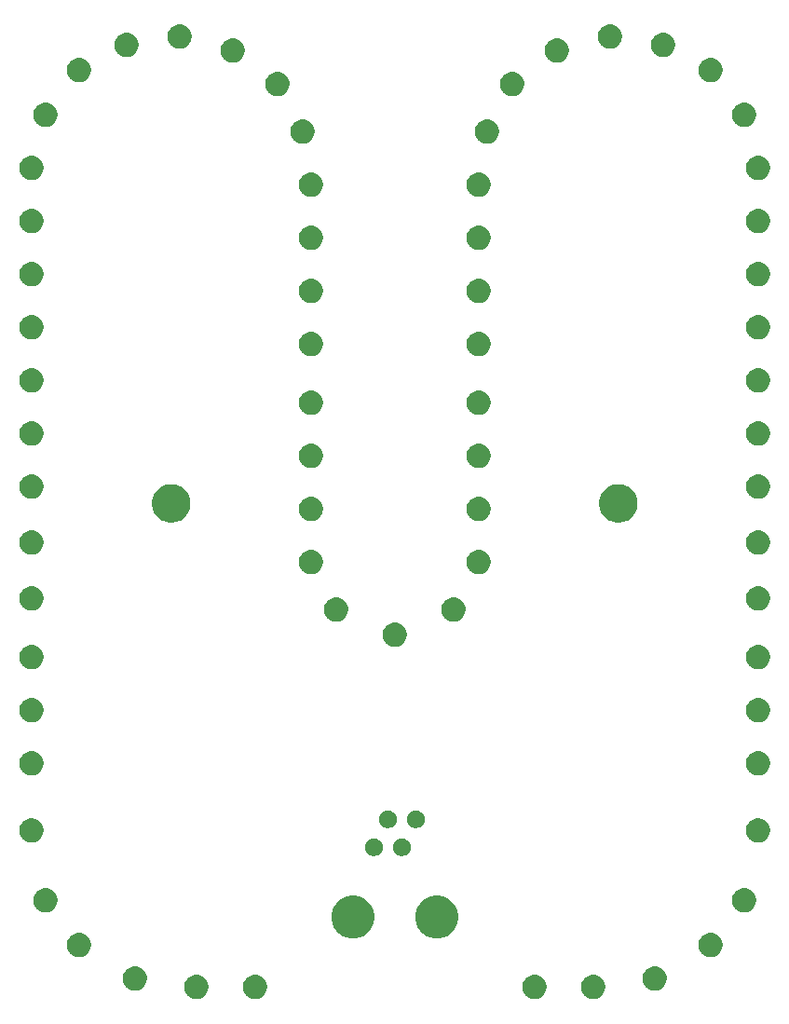
<source format=gbr>
G04 #@! TF.GenerationSoftware,KiCad,Pcbnew,(5.1.4)-1*
G04 #@! TF.CreationDate,2020-03-15T18:13:58-04:00*
G04 #@! TF.ProjectId,MoistureSensor,4d6f6973-7475-4726-9553-656e736f722e,rev?*
G04 #@! TF.SameCoordinates,Original*
G04 #@! TF.FileFunction,Soldermask,Bot*
G04 #@! TF.FilePolarity,Negative*
%FSLAX46Y46*%
G04 Gerber Fmt 4.6, Leading zero omitted, Abs format (unit mm)*
G04 Created by KiCad (PCBNEW (5.1.4)-1) date 2020-03-15 18:13:58*
%MOMM*%
%LPD*%
G04 APERTURE LIST*
%ADD10C,0.100000*%
G04 APERTURE END LIST*
D10*
G36*
X170632177Y-146236850D02*
G01*
X170755150Y-146261311D01*
X170955520Y-146344307D01*
X171135844Y-146464795D01*
X171289205Y-146618156D01*
X171409693Y-146798480D01*
X171409693Y-146798481D01*
X171492689Y-146998850D01*
X171535000Y-147211561D01*
X171535000Y-147428439D01*
X171497555Y-147616689D01*
X171492689Y-147641149D01*
X171409693Y-147841520D01*
X171289205Y-148021844D01*
X171135844Y-148175205D01*
X170955520Y-148295693D01*
X170855334Y-148337191D01*
X170755150Y-148378689D01*
X170648795Y-148399844D01*
X170542440Y-148421000D01*
X170325560Y-148421000D01*
X170219205Y-148399844D01*
X170112850Y-148378689D01*
X170012666Y-148337191D01*
X169912480Y-148295693D01*
X169732156Y-148175205D01*
X169578795Y-148021844D01*
X169458307Y-147841520D01*
X169375311Y-147641149D01*
X169370446Y-147616689D01*
X169333000Y-147428439D01*
X169333000Y-147211561D01*
X169375311Y-146998850D01*
X169458307Y-146798481D01*
X169458307Y-146798480D01*
X169578795Y-146618156D01*
X169732156Y-146464795D01*
X169912480Y-146344307D01*
X170112850Y-146261311D01*
X170235823Y-146236850D01*
X170325560Y-146219000D01*
X170542440Y-146219000D01*
X170632177Y-146236850D01*
X170632177Y-146236850D01*
G37*
G36*
X165298177Y-146236850D02*
G01*
X165421150Y-146261311D01*
X165621520Y-146344307D01*
X165801844Y-146464795D01*
X165955205Y-146618156D01*
X166075693Y-146798480D01*
X166075693Y-146798481D01*
X166158689Y-146998850D01*
X166201000Y-147211561D01*
X166201000Y-147428439D01*
X166163555Y-147616689D01*
X166158689Y-147641149D01*
X166075693Y-147841520D01*
X165955205Y-148021844D01*
X165801844Y-148175205D01*
X165621520Y-148295693D01*
X165521334Y-148337191D01*
X165421150Y-148378689D01*
X165314795Y-148399844D01*
X165208440Y-148421000D01*
X164991560Y-148421000D01*
X164885205Y-148399844D01*
X164778850Y-148378689D01*
X164678666Y-148337191D01*
X164578480Y-148295693D01*
X164398156Y-148175205D01*
X164244795Y-148021844D01*
X164124307Y-147841520D01*
X164041311Y-147641149D01*
X164036446Y-147616689D01*
X163999000Y-147428439D01*
X163999000Y-147211561D01*
X164041311Y-146998850D01*
X164124307Y-146798481D01*
X164124307Y-146798480D01*
X164244795Y-146618156D01*
X164398156Y-146464795D01*
X164578480Y-146344307D01*
X164778850Y-146261311D01*
X164901823Y-146236850D01*
X164991560Y-146219000D01*
X165208440Y-146219000D01*
X165298177Y-146236850D01*
X165298177Y-146236850D01*
G37*
G36*
X134564177Y-146236850D02*
G01*
X134687150Y-146261311D01*
X134887520Y-146344307D01*
X135067844Y-146464795D01*
X135221205Y-146618156D01*
X135341693Y-146798480D01*
X135341693Y-146798481D01*
X135424689Y-146998850D01*
X135467000Y-147211561D01*
X135467000Y-147428439D01*
X135429555Y-147616689D01*
X135424689Y-147641149D01*
X135341693Y-147841520D01*
X135221205Y-148021844D01*
X135067844Y-148175205D01*
X134887520Y-148295693D01*
X134787334Y-148337191D01*
X134687150Y-148378689D01*
X134580795Y-148399844D01*
X134474440Y-148421000D01*
X134257560Y-148421000D01*
X134151205Y-148399844D01*
X134044850Y-148378689D01*
X133944666Y-148337191D01*
X133844480Y-148295693D01*
X133664156Y-148175205D01*
X133510795Y-148021844D01*
X133390307Y-147841520D01*
X133307311Y-147641149D01*
X133302446Y-147616689D01*
X133265000Y-147428439D01*
X133265000Y-147211561D01*
X133307311Y-146998850D01*
X133390307Y-146798481D01*
X133390307Y-146798480D01*
X133510795Y-146618156D01*
X133664156Y-146464795D01*
X133844480Y-146344307D01*
X134044850Y-146261311D01*
X134167823Y-146236850D01*
X134257560Y-146219000D01*
X134474440Y-146219000D01*
X134564177Y-146236850D01*
X134564177Y-146236850D01*
G37*
G36*
X139898177Y-146236850D02*
G01*
X140021150Y-146261311D01*
X140221520Y-146344307D01*
X140401844Y-146464795D01*
X140555205Y-146618156D01*
X140675693Y-146798480D01*
X140675693Y-146798481D01*
X140758689Y-146998850D01*
X140801000Y-147211561D01*
X140801000Y-147428439D01*
X140763555Y-147616689D01*
X140758689Y-147641149D01*
X140675693Y-147841520D01*
X140555205Y-148021844D01*
X140401844Y-148175205D01*
X140221520Y-148295693D01*
X140121334Y-148337191D01*
X140021150Y-148378689D01*
X139914795Y-148399844D01*
X139808440Y-148421000D01*
X139591560Y-148421000D01*
X139485205Y-148399844D01*
X139378850Y-148378689D01*
X139278666Y-148337191D01*
X139178480Y-148295693D01*
X138998156Y-148175205D01*
X138844795Y-148021844D01*
X138724307Y-147841520D01*
X138641311Y-147641149D01*
X138636446Y-147616689D01*
X138599000Y-147428439D01*
X138599000Y-147211561D01*
X138641311Y-146998850D01*
X138724307Y-146798481D01*
X138724307Y-146798480D01*
X138844795Y-146618156D01*
X138998156Y-146464795D01*
X139178480Y-146344307D01*
X139378850Y-146261311D01*
X139501823Y-146236850D01*
X139591560Y-146219000D01*
X139808440Y-146219000D01*
X139898177Y-146236850D01*
X139898177Y-146236850D01*
G37*
G36*
X128992795Y-145478156D02*
G01*
X129099150Y-145499311D01*
X129199334Y-145540809D01*
X129299520Y-145582307D01*
X129479844Y-145702795D01*
X129633205Y-145856156D01*
X129753693Y-146036480D01*
X129753693Y-146036481D01*
X129836689Y-146236850D01*
X129857844Y-146343205D01*
X129879000Y-146449560D01*
X129879000Y-146666440D01*
X129836689Y-146879149D01*
X129753693Y-147079520D01*
X129633205Y-147259844D01*
X129479844Y-147413205D01*
X129299520Y-147533693D01*
X129099150Y-147616689D01*
X128992794Y-147637845D01*
X128886440Y-147659000D01*
X128669560Y-147659000D01*
X128563206Y-147637845D01*
X128456850Y-147616689D01*
X128256480Y-147533693D01*
X128076156Y-147413205D01*
X127922795Y-147259844D01*
X127802307Y-147079520D01*
X127719311Y-146879149D01*
X127677000Y-146666440D01*
X127677000Y-146449560D01*
X127698156Y-146343205D01*
X127719311Y-146236850D01*
X127802307Y-146036481D01*
X127802307Y-146036480D01*
X127922795Y-145856156D01*
X128076156Y-145702795D01*
X128256480Y-145582307D01*
X128356666Y-145540809D01*
X128456850Y-145499311D01*
X128563205Y-145478156D01*
X128669560Y-145457000D01*
X128886440Y-145457000D01*
X128992795Y-145478156D01*
X128992795Y-145478156D01*
G37*
G36*
X176236795Y-145478156D02*
G01*
X176343150Y-145499311D01*
X176443334Y-145540809D01*
X176543520Y-145582307D01*
X176723844Y-145702795D01*
X176877205Y-145856156D01*
X176997693Y-146036480D01*
X176997693Y-146036481D01*
X177080689Y-146236850D01*
X177101844Y-146343205D01*
X177123000Y-146449560D01*
X177123000Y-146666440D01*
X177080689Y-146879149D01*
X176997693Y-147079520D01*
X176877205Y-147259844D01*
X176723844Y-147413205D01*
X176543520Y-147533693D01*
X176343150Y-147616689D01*
X176236794Y-147637845D01*
X176130440Y-147659000D01*
X175913560Y-147659000D01*
X175807206Y-147637845D01*
X175700850Y-147616689D01*
X175500480Y-147533693D01*
X175320156Y-147413205D01*
X175166795Y-147259844D01*
X175046307Y-147079520D01*
X174963311Y-146879149D01*
X174921000Y-146666440D01*
X174921000Y-146449560D01*
X174942156Y-146343205D01*
X174963311Y-146236850D01*
X175046307Y-146036481D01*
X175046307Y-146036480D01*
X175166795Y-145856156D01*
X175320156Y-145702795D01*
X175500480Y-145582307D01*
X175600666Y-145540809D01*
X175700850Y-145499311D01*
X175807205Y-145478156D01*
X175913560Y-145457000D01*
X176130440Y-145457000D01*
X176236795Y-145478156D01*
X176236795Y-145478156D01*
G37*
G36*
X123912794Y-142430155D02*
G01*
X124019150Y-142451311D01*
X124219520Y-142534307D01*
X124399844Y-142654795D01*
X124553205Y-142808156D01*
X124673693Y-142988480D01*
X124756689Y-143188851D01*
X124799000Y-143401560D01*
X124799000Y-143618440D01*
X124756689Y-143831149D01*
X124673693Y-144031520D01*
X124553205Y-144211844D01*
X124399844Y-144365205D01*
X124219520Y-144485693D01*
X124119334Y-144527191D01*
X124019150Y-144568689D01*
X123912795Y-144589844D01*
X123806440Y-144611000D01*
X123589560Y-144611000D01*
X123483205Y-144589844D01*
X123376850Y-144568689D01*
X123276666Y-144527191D01*
X123176480Y-144485693D01*
X122996156Y-144365205D01*
X122842795Y-144211844D01*
X122722307Y-144031520D01*
X122639311Y-143831149D01*
X122597000Y-143618440D01*
X122597000Y-143401560D01*
X122639311Y-143188851D01*
X122722307Y-142988480D01*
X122842795Y-142808156D01*
X122996156Y-142654795D01*
X123176480Y-142534307D01*
X123376850Y-142451311D01*
X123483206Y-142430155D01*
X123589560Y-142409000D01*
X123806440Y-142409000D01*
X123912794Y-142430155D01*
X123912794Y-142430155D01*
G37*
G36*
X181316794Y-142430155D02*
G01*
X181423150Y-142451311D01*
X181623520Y-142534307D01*
X181803844Y-142654795D01*
X181957205Y-142808156D01*
X182077693Y-142988480D01*
X182160689Y-143188851D01*
X182203000Y-143401560D01*
X182203000Y-143618440D01*
X182160689Y-143831149D01*
X182077693Y-144031520D01*
X181957205Y-144211844D01*
X181803844Y-144365205D01*
X181623520Y-144485693D01*
X181523334Y-144527191D01*
X181423150Y-144568689D01*
X181316795Y-144589844D01*
X181210440Y-144611000D01*
X180993560Y-144611000D01*
X180887205Y-144589844D01*
X180780850Y-144568689D01*
X180680666Y-144527191D01*
X180580480Y-144485693D01*
X180400156Y-144365205D01*
X180246795Y-144211844D01*
X180126307Y-144031520D01*
X180043311Y-143831149D01*
X180001000Y-143618440D01*
X180001000Y-143401560D01*
X180043311Y-143188851D01*
X180126307Y-142988480D01*
X180246795Y-142808156D01*
X180400156Y-142654795D01*
X180580480Y-142534307D01*
X180780850Y-142451311D01*
X180887206Y-142430155D01*
X180993560Y-142409000D01*
X181210440Y-142409000D01*
X181316794Y-142430155D01*
X181316794Y-142430155D01*
G37*
G36*
X156779085Y-139093975D02*
G01*
X157134143Y-139241045D01*
X157134145Y-139241046D01*
X157453690Y-139454559D01*
X157725441Y-139726310D01*
X157886612Y-139967520D01*
X157938955Y-140045857D01*
X158086025Y-140400915D01*
X158161000Y-140777842D01*
X158161000Y-141162158D01*
X158086025Y-141539085D01*
X157938955Y-141894143D01*
X157938954Y-141894145D01*
X157725441Y-142213690D01*
X157453690Y-142485441D01*
X157134145Y-142698954D01*
X157134144Y-142698955D01*
X157134143Y-142698955D01*
X156779085Y-142846025D01*
X156402158Y-142921000D01*
X156017842Y-142921000D01*
X155640915Y-142846025D01*
X155285857Y-142698955D01*
X155285856Y-142698955D01*
X155285855Y-142698954D01*
X154966310Y-142485441D01*
X154694559Y-142213690D01*
X154481046Y-141894145D01*
X154481045Y-141894143D01*
X154333975Y-141539085D01*
X154259000Y-141162158D01*
X154259000Y-140777842D01*
X154333975Y-140400915D01*
X154481045Y-140045857D01*
X154533388Y-139967520D01*
X154694559Y-139726310D01*
X154966310Y-139454559D01*
X155285855Y-139241046D01*
X155285857Y-139241045D01*
X155640915Y-139093975D01*
X156017842Y-139019000D01*
X156402158Y-139019000D01*
X156779085Y-139093975D01*
X156779085Y-139093975D01*
G37*
G36*
X149159085Y-139093975D02*
G01*
X149514143Y-139241045D01*
X149514145Y-139241046D01*
X149833690Y-139454559D01*
X150105441Y-139726310D01*
X150266612Y-139967520D01*
X150318955Y-140045857D01*
X150466025Y-140400915D01*
X150541000Y-140777842D01*
X150541000Y-141162158D01*
X150466025Y-141539085D01*
X150318955Y-141894143D01*
X150318954Y-141894145D01*
X150105441Y-142213690D01*
X149833690Y-142485441D01*
X149514145Y-142698954D01*
X149514144Y-142698955D01*
X149514143Y-142698955D01*
X149159085Y-142846025D01*
X148782158Y-142921000D01*
X148397842Y-142921000D01*
X148020915Y-142846025D01*
X147665857Y-142698955D01*
X147665856Y-142698955D01*
X147665855Y-142698954D01*
X147346310Y-142485441D01*
X147074559Y-142213690D01*
X146861046Y-141894145D01*
X146861045Y-141894143D01*
X146713975Y-141539085D01*
X146639000Y-141162158D01*
X146639000Y-140777842D01*
X146713975Y-140400915D01*
X146861045Y-140045857D01*
X146913388Y-139967520D01*
X147074559Y-139726310D01*
X147346310Y-139454559D01*
X147665855Y-139241046D01*
X147665857Y-139241045D01*
X148020915Y-139093975D01*
X148397842Y-139019000D01*
X148782158Y-139019000D01*
X149159085Y-139093975D01*
X149159085Y-139093975D01*
G37*
G36*
X184364795Y-138366156D02*
G01*
X184471150Y-138387311D01*
X184571334Y-138428809D01*
X184671520Y-138470307D01*
X184851844Y-138590795D01*
X185005205Y-138744156D01*
X185125693Y-138924480D01*
X185125693Y-138924481D01*
X185208689Y-139124850D01*
X185251000Y-139337561D01*
X185251000Y-139554439D01*
X185216813Y-139726310D01*
X185208689Y-139767149D01*
X185125693Y-139967520D01*
X185005205Y-140147844D01*
X184851844Y-140301205D01*
X184671520Y-140421693D01*
X184471150Y-140504689D01*
X184364794Y-140525845D01*
X184258440Y-140547000D01*
X184041560Y-140547000D01*
X183935206Y-140525845D01*
X183828850Y-140504689D01*
X183628480Y-140421693D01*
X183448156Y-140301205D01*
X183294795Y-140147844D01*
X183174307Y-139967520D01*
X183091311Y-139767149D01*
X183083188Y-139726310D01*
X183049000Y-139554439D01*
X183049000Y-139337561D01*
X183091311Y-139124850D01*
X183174307Y-138924481D01*
X183174307Y-138924480D01*
X183294795Y-138744156D01*
X183448156Y-138590795D01*
X183628480Y-138470307D01*
X183728666Y-138428809D01*
X183828850Y-138387311D01*
X183935205Y-138366156D01*
X184041560Y-138345000D01*
X184258440Y-138345000D01*
X184364795Y-138366156D01*
X184364795Y-138366156D01*
G37*
G36*
X120864794Y-138366154D02*
G01*
X120971150Y-138387310D01*
X121171520Y-138470306D01*
X121351844Y-138590794D01*
X121505205Y-138744155D01*
X121625693Y-138924479D01*
X121664845Y-139019000D01*
X121708689Y-139124849D01*
X121751000Y-139337560D01*
X121751000Y-139554438D01*
X121708689Y-139767149D01*
X121625693Y-139967519D01*
X121505205Y-140147843D01*
X121351844Y-140301204D01*
X121171520Y-140421692D01*
X120971150Y-140504688D01*
X120864794Y-140525844D01*
X120758440Y-140546999D01*
X120541560Y-140546999D01*
X120435206Y-140525844D01*
X120328850Y-140504688D01*
X120128480Y-140421692D01*
X119948156Y-140301204D01*
X119794795Y-140147843D01*
X119674307Y-139967519D01*
X119591311Y-139767149D01*
X119549000Y-139554438D01*
X119549000Y-139337560D01*
X119591311Y-139124849D01*
X119635155Y-139019000D01*
X119674307Y-138924479D01*
X119794795Y-138744155D01*
X119948156Y-138590794D01*
X120128480Y-138470306D01*
X120328850Y-138387310D01*
X120435206Y-138366154D01*
X120541560Y-138344999D01*
X120758440Y-138344999D01*
X120864794Y-138366154D01*
X120864794Y-138366154D01*
G37*
G36*
X153272142Y-133838242D02*
G01*
X153420101Y-133899529D01*
X153553255Y-133988499D01*
X153666501Y-134101745D01*
X153755471Y-134234899D01*
X153816758Y-134382858D01*
X153848000Y-134539925D01*
X153848000Y-134700075D01*
X153816758Y-134857142D01*
X153755471Y-135005101D01*
X153666501Y-135138255D01*
X153553255Y-135251501D01*
X153420101Y-135340471D01*
X153272142Y-135401758D01*
X153115075Y-135433000D01*
X152954925Y-135433000D01*
X152797858Y-135401758D01*
X152649899Y-135340471D01*
X152516745Y-135251501D01*
X152403499Y-135138255D01*
X152314529Y-135005101D01*
X152253242Y-134857142D01*
X152222000Y-134700075D01*
X152222000Y-134539925D01*
X152253242Y-134382858D01*
X152314529Y-134234899D01*
X152403499Y-134101745D01*
X152516745Y-133988499D01*
X152649899Y-133899529D01*
X152797858Y-133838242D01*
X152954925Y-133807000D01*
X153115075Y-133807000D01*
X153272142Y-133838242D01*
X153272142Y-133838242D01*
G37*
G36*
X150732142Y-133838242D02*
G01*
X150880101Y-133899529D01*
X151013255Y-133988499D01*
X151126501Y-134101745D01*
X151215471Y-134234899D01*
X151276758Y-134382858D01*
X151308000Y-134539925D01*
X151308000Y-134700075D01*
X151276758Y-134857142D01*
X151215471Y-135005101D01*
X151126501Y-135138255D01*
X151013255Y-135251501D01*
X150880101Y-135340471D01*
X150732142Y-135401758D01*
X150575075Y-135433000D01*
X150414925Y-135433000D01*
X150257858Y-135401758D01*
X150109899Y-135340471D01*
X149976745Y-135251501D01*
X149863499Y-135138255D01*
X149774529Y-135005101D01*
X149713242Y-134857142D01*
X149682000Y-134700075D01*
X149682000Y-134539925D01*
X149713242Y-134382858D01*
X149774529Y-134234899D01*
X149863499Y-134101745D01*
X149976745Y-133988499D01*
X150109899Y-133899529D01*
X150257858Y-133838242D01*
X150414925Y-133807000D01*
X150575075Y-133807000D01*
X150732142Y-133838242D01*
X150732142Y-133838242D01*
G37*
G36*
X185553199Y-131999925D02*
G01*
X185741150Y-132037311D01*
X185841334Y-132078809D01*
X185941520Y-132120307D01*
X186121844Y-132240795D01*
X186275205Y-132394156D01*
X186395693Y-132574480D01*
X186478689Y-132774851D01*
X186521000Y-132987560D01*
X186521000Y-133204440D01*
X186478689Y-133417149D01*
X186395693Y-133617520D01*
X186275205Y-133797844D01*
X186121844Y-133951205D01*
X185941520Y-134071693D01*
X185741150Y-134154689D01*
X185634794Y-134175845D01*
X185528440Y-134197000D01*
X185311560Y-134197000D01*
X185205206Y-134175845D01*
X185098850Y-134154689D01*
X184898480Y-134071693D01*
X184718156Y-133951205D01*
X184564795Y-133797844D01*
X184444307Y-133617520D01*
X184361311Y-133417149D01*
X184319000Y-133204440D01*
X184319000Y-132987560D01*
X184361311Y-132774851D01*
X184444307Y-132574480D01*
X184564795Y-132394156D01*
X184718156Y-132240795D01*
X184898480Y-132120307D01*
X184998666Y-132078809D01*
X185098850Y-132037311D01*
X185286801Y-131999925D01*
X185311560Y-131995000D01*
X185528440Y-131995000D01*
X185553199Y-131999925D01*
X185553199Y-131999925D01*
G37*
G36*
X119513199Y-131999925D02*
G01*
X119701150Y-132037311D01*
X119801334Y-132078809D01*
X119901520Y-132120307D01*
X120081844Y-132240795D01*
X120235205Y-132394156D01*
X120355693Y-132574480D01*
X120438689Y-132774851D01*
X120481000Y-132987560D01*
X120481000Y-133204440D01*
X120438689Y-133417149D01*
X120355693Y-133617520D01*
X120235205Y-133797844D01*
X120081844Y-133951205D01*
X119901520Y-134071693D01*
X119701150Y-134154689D01*
X119594794Y-134175845D01*
X119488440Y-134197000D01*
X119271560Y-134197000D01*
X119165206Y-134175845D01*
X119058850Y-134154689D01*
X118858480Y-134071693D01*
X118678156Y-133951205D01*
X118524795Y-133797844D01*
X118404307Y-133617520D01*
X118321311Y-133417149D01*
X118279000Y-133204440D01*
X118279000Y-132987560D01*
X118321311Y-132774851D01*
X118404307Y-132574480D01*
X118524795Y-132394156D01*
X118678156Y-132240795D01*
X118858480Y-132120307D01*
X118958666Y-132078809D01*
X119058850Y-132037311D01*
X119246801Y-131999925D01*
X119271560Y-131995000D01*
X119488440Y-131995000D01*
X119513199Y-131999925D01*
X119513199Y-131999925D01*
G37*
G36*
X154542142Y-131298242D02*
G01*
X154690101Y-131359529D01*
X154823255Y-131448499D01*
X154936501Y-131561745D01*
X155025471Y-131694899D01*
X155086758Y-131842858D01*
X155118000Y-131999925D01*
X155118000Y-132160075D01*
X155086758Y-132317142D01*
X155025471Y-132465101D01*
X154936501Y-132598255D01*
X154823255Y-132711501D01*
X154690101Y-132800471D01*
X154542142Y-132861758D01*
X154385075Y-132893000D01*
X154224925Y-132893000D01*
X154067858Y-132861758D01*
X153919899Y-132800471D01*
X153786745Y-132711501D01*
X153673499Y-132598255D01*
X153584529Y-132465101D01*
X153523242Y-132317142D01*
X153492000Y-132160075D01*
X153492000Y-131999925D01*
X153523242Y-131842858D01*
X153584529Y-131694899D01*
X153673499Y-131561745D01*
X153786745Y-131448499D01*
X153919899Y-131359529D01*
X154067858Y-131298242D01*
X154224925Y-131267000D01*
X154385075Y-131267000D01*
X154542142Y-131298242D01*
X154542142Y-131298242D01*
G37*
G36*
X152002142Y-131298242D02*
G01*
X152150101Y-131359529D01*
X152283255Y-131448499D01*
X152396501Y-131561745D01*
X152485471Y-131694899D01*
X152546758Y-131842858D01*
X152578000Y-131999925D01*
X152578000Y-132160075D01*
X152546758Y-132317142D01*
X152485471Y-132465101D01*
X152396501Y-132598255D01*
X152283255Y-132711501D01*
X152150101Y-132800471D01*
X152002142Y-132861758D01*
X151845075Y-132893000D01*
X151684925Y-132893000D01*
X151527858Y-132861758D01*
X151379899Y-132800471D01*
X151246745Y-132711501D01*
X151133499Y-132598255D01*
X151044529Y-132465101D01*
X150983242Y-132317142D01*
X150952000Y-132160075D01*
X150952000Y-131999925D01*
X150983242Y-131842858D01*
X151044529Y-131694899D01*
X151133499Y-131561745D01*
X151246745Y-131448499D01*
X151379899Y-131359529D01*
X151527858Y-131298242D01*
X151684925Y-131267000D01*
X151845075Y-131267000D01*
X152002142Y-131298242D01*
X152002142Y-131298242D01*
G37*
G36*
X185634794Y-125920155D02*
G01*
X185741150Y-125941311D01*
X185841334Y-125982809D01*
X185941520Y-126024307D01*
X186121844Y-126144795D01*
X186275205Y-126298156D01*
X186395693Y-126478480D01*
X186478689Y-126678851D01*
X186521000Y-126891560D01*
X186521000Y-127108440D01*
X186478689Y-127321149D01*
X186395693Y-127521520D01*
X186275205Y-127701844D01*
X186121844Y-127855205D01*
X185941520Y-127975693D01*
X185741150Y-128058689D01*
X185634795Y-128079844D01*
X185528440Y-128101000D01*
X185311560Y-128101000D01*
X185205205Y-128079844D01*
X185098850Y-128058689D01*
X184898480Y-127975693D01*
X184718156Y-127855205D01*
X184564795Y-127701844D01*
X184444307Y-127521520D01*
X184361311Y-127321149D01*
X184319000Y-127108440D01*
X184319000Y-126891560D01*
X184361311Y-126678851D01*
X184444307Y-126478480D01*
X184564795Y-126298156D01*
X184718156Y-126144795D01*
X184898480Y-126024307D01*
X184998666Y-125982809D01*
X185098850Y-125941311D01*
X185205206Y-125920155D01*
X185311560Y-125899000D01*
X185528440Y-125899000D01*
X185634794Y-125920155D01*
X185634794Y-125920155D01*
G37*
G36*
X119594794Y-125920155D02*
G01*
X119701150Y-125941311D01*
X119801334Y-125982809D01*
X119901520Y-126024307D01*
X120081844Y-126144795D01*
X120235205Y-126298156D01*
X120355693Y-126478480D01*
X120438689Y-126678851D01*
X120481000Y-126891560D01*
X120481000Y-127108440D01*
X120438689Y-127321149D01*
X120355693Y-127521520D01*
X120235205Y-127701844D01*
X120081844Y-127855205D01*
X119901520Y-127975693D01*
X119701150Y-128058689D01*
X119594795Y-128079844D01*
X119488440Y-128101000D01*
X119271560Y-128101000D01*
X119165205Y-128079844D01*
X119058850Y-128058689D01*
X118858480Y-127975693D01*
X118678156Y-127855205D01*
X118524795Y-127701844D01*
X118404307Y-127521520D01*
X118321311Y-127321149D01*
X118279000Y-127108440D01*
X118279000Y-126891560D01*
X118321311Y-126678851D01*
X118404307Y-126478480D01*
X118524795Y-126298156D01*
X118678156Y-126144795D01*
X118858480Y-126024307D01*
X118958666Y-125982809D01*
X119058850Y-125941311D01*
X119165206Y-125920155D01*
X119271560Y-125899000D01*
X119488440Y-125899000D01*
X119594794Y-125920155D01*
X119594794Y-125920155D01*
G37*
G36*
X185634795Y-121094156D02*
G01*
X185741150Y-121115311D01*
X185841334Y-121156809D01*
X185941520Y-121198307D01*
X186121844Y-121318795D01*
X186275205Y-121472156D01*
X186395693Y-121652480D01*
X186478689Y-121852851D01*
X186521000Y-122065560D01*
X186521000Y-122282440D01*
X186478689Y-122495149D01*
X186395693Y-122695520D01*
X186275205Y-122875844D01*
X186121844Y-123029205D01*
X185941520Y-123149693D01*
X185741150Y-123232689D01*
X185634794Y-123253845D01*
X185528440Y-123275000D01*
X185311560Y-123275000D01*
X185205206Y-123253845D01*
X185098850Y-123232689D01*
X184898480Y-123149693D01*
X184718156Y-123029205D01*
X184564795Y-122875844D01*
X184444307Y-122695520D01*
X184361311Y-122495149D01*
X184319000Y-122282440D01*
X184319000Y-122065560D01*
X184361311Y-121852851D01*
X184444307Y-121652480D01*
X184564795Y-121472156D01*
X184718156Y-121318795D01*
X184898480Y-121198307D01*
X184998666Y-121156809D01*
X185098850Y-121115311D01*
X185205205Y-121094156D01*
X185311560Y-121073000D01*
X185528440Y-121073000D01*
X185634795Y-121094156D01*
X185634795Y-121094156D01*
G37*
G36*
X119594794Y-121094156D02*
G01*
X119701149Y-121115311D01*
X119801333Y-121156809D01*
X119901519Y-121198307D01*
X120081843Y-121318795D01*
X120235204Y-121472156D01*
X120355692Y-121652480D01*
X120438688Y-121852851D01*
X120480999Y-122065560D01*
X120480999Y-122282440D01*
X120438688Y-122495149D01*
X120355692Y-122695520D01*
X120235204Y-122875844D01*
X120081843Y-123029205D01*
X119901519Y-123149693D01*
X119701149Y-123232689D01*
X119594793Y-123253845D01*
X119488439Y-123275000D01*
X119271559Y-123275000D01*
X119165205Y-123253845D01*
X119058849Y-123232689D01*
X118858479Y-123149693D01*
X118678155Y-123029205D01*
X118524794Y-122875844D01*
X118404306Y-122695520D01*
X118321310Y-122495149D01*
X118278999Y-122282440D01*
X118278999Y-122065560D01*
X118321310Y-121852851D01*
X118404306Y-121652480D01*
X118524794Y-121472156D01*
X118678155Y-121318795D01*
X118858479Y-121198307D01*
X118958665Y-121156809D01*
X119058849Y-121115311D01*
X119165204Y-121094156D01*
X119271559Y-121073000D01*
X119488439Y-121073000D01*
X119594794Y-121094156D01*
X119594794Y-121094156D01*
G37*
G36*
X185634794Y-116268155D02*
G01*
X185741150Y-116289311D01*
X185941520Y-116372307D01*
X186121844Y-116492795D01*
X186275205Y-116646156D01*
X186395693Y-116826480D01*
X186478689Y-117026851D01*
X186521000Y-117239560D01*
X186521000Y-117456440D01*
X186478689Y-117669149D01*
X186395693Y-117869520D01*
X186275205Y-118049844D01*
X186121844Y-118203205D01*
X185941520Y-118323693D01*
X185841334Y-118365191D01*
X185741150Y-118406689D01*
X185634795Y-118427844D01*
X185528440Y-118449000D01*
X185311560Y-118449000D01*
X185205205Y-118427844D01*
X185098850Y-118406689D01*
X184998666Y-118365191D01*
X184898480Y-118323693D01*
X184718156Y-118203205D01*
X184564795Y-118049844D01*
X184444307Y-117869520D01*
X184361311Y-117669149D01*
X184319000Y-117456440D01*
X184319000Y-117239560D01*
X184361311Y-117026851D01*
X184444307Y-116826480D01*
X184564795Y-116646156D01*
X184718156Y-116492795D01*
X184898480Y-116372307D01*
X185098850Y-116289311D01*
X185205206Y-116268155D01*
X185311560Y-116247000D01*
X185528440Y-116247000D01*
X185634794Y-116268155D01*
X185634794Y-116268155D01*
G37*
G36*
X119594794Y-116268155D02*
G01*
X119701150Y-116289311D01*
X119901520Y-116372307D01*
X120081844Y-116492795D01*
X120235205Y-116646156D01*
X120355693Y-116826480D01*
X120438689Y-117026851D01*
X120481000Y-117239560D01*
X120481000Y-117456440D01*
X120438689Y-117669149D01*
X120355693Y-117869520D01*
X120235205Y-118049844D01*
X120081844Y-118203205D01*
X119901520Y-118323693D01*
X119801334Y-118365191D01*
X119701150Y-118406689D01*
X119594795Y-118427844D01*
X119488440Y-118449000D01*
X119271560Y-118449000D01*
X119165205Y-118427844D01*
X119058850Y-118406689D01*
X118958666Y-118365191D01*
X118858480Y-118323693D01*
X118678156Y-118203205D01*
X118524795Y-118049844D01*
X118404307Y-117869520D01*
X118321311Y-117669149D01*
X118279000Y-117456440D01*
X118279000Y-117239560D01*
X118321311Y-117026851D01*
X118404307Y-116826480D01*
X118524795Y-116646156D01*
X118678156Y-116492795D01*
X118858480Y-116372307D01*
X119058850Y-116289311D01*
X119165206Y-116268155D01*
X119271560Y-116247000D01*
X119488440Y-116247000D01*
X119594794Y-116268155D01*
X119594794Y-116268155D01*
G37*
G36*
X152614794Y-114236155D02*
G01*
X152721150Y-114257311D01*
X152821334Y-114298809D01*
X152921520Y-114340307D01*
X153101844Y-114460795D01*
X153255205Y-114614156D01*
X153375693Y-114794480D01*
X153458689Y-114994851D01*
X153501000Y-115207560D01*
X153501000Y-115424440D01*
X153458689Y-115637149D01*
X153375693Y-115837520D01*
X153255205Y-116017844D01*
X153101844Y-116171205D01*
X152921520Y-116291693D01*
X152721150Y-116374689D01*
X152614795Y-116395844D01*
X152508440Y-116417000D01*
X152291560Y-116417000D01*
X152185205Y-116395844D01*
X152078850Y-116374689D01*
X151878480Y-116291693D01*
X151698156Y-116171205D01*
X151544795Y-116017844D01*
X151424307Y-115837520D01*
X151341311Y-115637149D01*
X151299000Y-115424440D01*
X151299000Y-115207560D01*
X151341311Y-114994851D01*
X151424307Y-114794480D01*
X151544795Y-114614156D01*
X151698156Y-114460795D01*
X151878480Y-114340307D01*
X151978666Y-114298809D01*
X152078850Y-114257311D01*
X152185206Y-114236155D01*
X152291560Y-114215000D01*
X152508440Y-114215000D01*
X152614794Y-114236155D01*
X152614794Y-114236155D01*
G37*
G36*
X157948795Y-111950156D02*
G01*
X158055150Y-111971311D01*
X158155334Y-112012809D01*
X158255520Y-112054307D01*
X158435844Y-112174795D01*
X158589205Y-112328156D01*
X158709693Y-112508480D01*
X158709693Y-112508481D01*
X158792689Y-112708850D01*
X158813845Y-112815206D01*
X158835000Y-112921560D01*
X158835000Y-113138440D01*
X158792689Y-113351149D01*
X158709693Y-113551520D01*
X158589205Y-113731844D01*
X158435844Y-113885205D01*
X158255520Y-114005693D01*
X158055150Y-114088689D01*
X157948794Y-114109845D01*
X157842440Y-114131000D01*
X157625560Y-114131000D01*
X157519206Y-114109845D01*
X157412850Y-114088689D01*
X157212480Y-114005693D01*
X157032156Y-113885205D01*
X156878795Y-113731844D01*
X156758307Y-113551520D01*
X156675311Y-113351149D01*
X156633000Y-113138440D01*
X156633000Y-112921560D01*
X156654155Y-112815206D01*
X156675311Y-112708850D01*
X156758307Y-112508481D01*
X156758307Y-112508480D01*
X156878795Y-112328156D01*
X157032156Y-112174795D01*
X157212480Y-112054307D01*
X157312666Y-112012809D01*
X157412850Y-111971311D01*
X157519205Y-111950156D01*
X157625560Y-111929000D01*
X157842440Y-111929000D01*
X157948795Y-111950156D01*
X157948795Y-111950156D01*
G37*
G36*
X147280795Y-111950156D02*
G01*
X147387150Y-111971311D01*
X147487334Y-112012809D01*
X147587520Y-112054307D01*
X147767844Y-112174795D01*
X147921205Y-112328156D01*
X148041693Y-112508480D01*
X148041693Y-112508481D01*
X148124689Y-112708850D01*
X148145845Y-112815206D01*
X148167000Y-112921560D01*
X148167000Y-113138440D01*
X148124689Y-113351149D01*
X148041693Y-113551520D01*
X147921205Y-113731844D01*
X147767844Y-113885205D01*
X147587520Y-114005693D01*
X147387150Y-114088689D01*
X147280794Y-114109845D01*
X147174440Y-114131000D01*
X146957560Y-114131000D01*
X146851206Y-114109845D01*
X146744850Y-114088689D01*
X146544480Y-114005693D01*
X146364156Y-113885205D01*
X146210795Y-113731844D01*
X146090307Y-113551520D01*
X146007311Y-113351149D01*
X145965000Y-113138440D01*
X145965000Y-112921560D01*
X145986155Y-112815206D01*
X146007311Y-112708850D01*
X146090307Y-112508481D01*
X146090307Y-112508480D01*
X146210795Y-112328156D01*
X146364156Y-112174795D01*
X146544480Y-112054307D01*
X146644666Y-112012809D01*
X146744850Y-111971311D01*
X146851205Y-111950156D01*
X146957560Y-111929000D01*
X147174440Y-111929000D01*
X147280795Y-111950156D01*
X147280795Y-111950156D01*
G37*
G36*
X119594795Y-110934156D02*
G01*
X119701150Y-110955311D01*
X119801334Y-110996809D01*
X119901520Y-111038307D01*
X120081844Y-111158795D01*
X120235205Y-111312156D01*
X120355693Y-111492480D01*
X120355693Y-111492481D01*
X120438689Y-111692850D01*
X120481000Y-111905561D01*
X120481000Y-112122439D01*
X120440081Y-112328154D01*
X120438689Y-112335149D01*
X120355693Y-112535520D01*
X120235205Y-112715844D01*
X120081844Y-112869205D01*
X119901520Y-112989693D01*
X119701150Y-113072689D01*
X119594795Y-113093844D01*
X119488440Y-113115000D01*
X119271560Y-113115000D01*
X119165205Y-113093844D01*
X119058850Y-113072689D01*
X118858480Y-112989693D01*
X118678156Y-112869205D01*
X118524795Y-112715844D01*
X118404307Y-112535520D01*
X118321311Y-112335149D01*
X118319920Y-112328154D01*
X118279000Y-112122439D01*
X118279000Y-111905561D01*
X118321311Y-111692850D01*
X118404307Y-111492481D01*
X118404307Y-111492480D01*
X118524795Y-111312156D01*
X118678156Y-111158795D01*
X118858480Y-111038307D01*
X118958666Y-110996809D01*
X119058850Y-110955311D01*
X119165205Y-110934156D01*
X119271560Y-110913000D01*
X119488440Y-110913000D01*
X119594795Y-110934156D01*
X119594795Y-110934156D01*
G37*
G36*
X185634795Y-110934156D02*
G01*
X185741150Y-110955311D01*
X185841334Y-110996809D01*
X185941520Y-111038307D01*
X186121844Y-111158795D01*
X186275205Y-111312156D01*
X186395693Y-111492480D01*
X186395693Y-111492481D01*
X186478689Y-111692850D01*
X186521000Y-111905561D01*
X186521000Y-112122439D01*
X186480081Y-112328154D01*
X186478689Y-112335149D01*
X186395693Y-112535520D01*
X186275205Y-112715844D01*
X186121844Y-112869205D01*
X185941520Y-112989693D01*
X185741150Y-113072689D01*
X185634795Y-113093844D01*
X185528440Y-113115000D01*
X185311560Y-113115000D01*
X185205205Y-113093844D01*
X185098850Y-113072689D01*
X184898480Y-112989693D01*
X184718156Y-112869205D01*
X184564795Y-112715844D01*
X184444307Y-112535520D01*
X184361311Y-112335149D01*
X184359920Y-112328154D01*
X184319000Y-112122439D01*
X184319000Y-111905561D01*
X184361311Y-111692850D01*
X184444307Y-111492481D01*
X184444307Y-111492480D01*
X184564795Y-111312156D01*
X184718156Y-111158795D01*
X184898480Y-111038307D01*
X184998666Y-110996809D01*
X185098850Y-110955311D01*
X185205205Y-110934156D01*
X185311560Y-110913000D01*
X185528440Y-110913000D01*
X185634795Y-110934156D01*
X185634795Y-110934156D01*
G37*
G36*
X144994795Y-107632156D02*
G01*
X145101150Y-107653311D01*
X145301520Y-107736307D01*
X145481844Y-107856795D01*
X145635205Y-108010156D01*
X145755693Y-108190480D01*
X145838689Y-108390851D01*
X145881000Y-108603560D01*
X145881000Y-108820440D01*
X145838689Y-109033149D01*
X145755693Y-109233520D01*
X145635205Y-109413844D01*
X145481844Y-109567205D01*
X145301520Y-109687693D01*
X145101150Y-109770689D01*
X144994794Y-109791845D01*
X144888440Y-109813000D01*
X144671560Y-109813000D01*
X144565206Y-109791845D01*
X144458850Y-109770689D01*
X144358666Y-109729191D01*
X144258480Y-109687693D01*
X144078156Y-109567205D01*
X143924795Y-109413844D01*
X143804307Y-109233520D01*
X143721311Y-109033149D01*
X143679000Y-108820440D01*
X143679000Y-108603560D01*
X143721311Y-108390851D01*
X143804307Y-108190480D01*
X143924795Y-108010156D01*
X144078156Y-107856795D01*
X144258480Y-107736307D01*
X144358666Y-107694809D01*
X144458850Y-107653311D01*
X144565205Y-107632156D01*
X144671560Y-107611000D01*
X144888440Y-107611000D01*
X144994795Y-107632156D01*
X144994795Y-107632156D01*
G37*
G36*
X160234795Y-107632156D02*
G01*
X160341150Y-107653311D01*
X160541520Y-107736307D01*
X160721844Y-107856795D01*
X160875205Y-108010156D01*
X160995693Y-108190480D01*
X161078689Y-108390851D01*
X161121000Y-108603560D01*
X161121000Y-108820440D01*
X161078689Y-109033149D01*
X160995693Y-109233520D01*
X160875205Y-109413844D01*
X160721844Y-109567205D01*
X160541520Y-109687693D01*
X160341150Y-109770689D01*
X160234794Y-109791845D01*
X160128440Y-109813000D01*
X159911560Y-109813000D01*
X159805206Y-109791845D01*
X159698850Y-109770689D01*
X159598666Y-109729191D01*
X159498480Y-109687693D01*
X159318156Y-109567205D01*
X159164795Y-109413844D01*
X159044307Y-109233520D01*
X158961311Y-109033149D01*
X158919000Y-108820440D01*
X158919000Y-108603560D01*
X158961311Y-108390851D01*
X159044307Y-108190480D01*
X159164795Y-108010156D01*
X159318156Y-107856795D01*
X159498480Y-107736307D01*
X159598666Y-107694809D01*
X159698850Y-107653311D01*
X159805205Y-107632156D01*
X159911560Y-107611000D01*
X160128440Y-107611000D01*
X160234795Y-107632156D01*
X160234795Y-107632156D01*
G37*
G36*
X119594794Y-105854155D02*
G01*
X119701150Y-105875311D01*
X119901520Y-105958307D01*
X120081844Y-106078795D01*
X120235205Y-106232156D01*
X120355693Y-106412480D01*
X120438689Y-106612851D01*
X120481000Y-106825560D01*
X120481000Y-107042440D01*
X120438689Y-107255149D01*
X120355693Y-107455520D01*
X120235205Y-107635844D01*
X120081844Y-107789205D01*
X119901520Y-107909693D01*
X119801334Y-107951191D01*
X119701150Y-107992689D01*
X119613348Y-108010154D01*
X119488440Y-108035000D01*
X119271560Y-108035000D01*
X119146652Y-108010154D01*
X119058850Y-107992689D01*
X118858480Y-107909693D01*
X118678156Y-107789205D01*
X118524795Y-107635844D01*
X118404307Y-107455520D01*
X118321311Y-107255149D01*
X118279000Y-107042440D01*
X118279000Y-106825560D01*
X118321311Y-106612851D01*
X118404307Y-106412480D01*
X118524795Y-106232156D01*
X118678156Y-106078795D01*
X118858480Y-105958307D01*
X119058850Y-105875311D01*
X119165206Y-105854155D01*
X119271560Y-105833000D01*
X119488440Y-105833000D01*
X119594794Y-105854155D01*
X119594794Y-105854155D01*
G37*
G36*
X185634794Y-105854155D02*
G01*
X185741150Y-105875311D01*
X185941520Y-105958307D01*
X186121844Y-106078795D01*
X186275205Y-106232156D01*
X186395693Y-106412480D01*
X186478689Y-106612851D01*
X186521000Y-106825560D01*
X186521000Y-107042440D01*
X186478689Y-107255149D01*
X186395693Y-107455520D01*
X186275205Y-107635844D01*
X186121844Y-107789205D01*
X185941520Y-107909693D01*
X185841334Y-107951191D01*
X185741150Y-107992689D01*
X185653348Y-108010154D01*
X185528440Y-108035000D01*
X185311560Y-108035000D01*
X185186652Y-108010154D01*
X185098850Y-107992689D01*
X184898480Y-107909693D01*
X184718156Y-107789205D01*
X184564795Y-107635844D01*
X184444307Y-107455520D01*
X184361311Y-107255149D01*
X184319000Y-107042440D01*
X184319000Y-106825560D01*
X184361311Y-106612851D01*
X184444307Y-106412480D01*
X184564795Y-106232156D01*
X184718156Y-106078795D01*
X184898480Y-105958307D01*
X185098850Y-105875311D01*
X185205206Y-105854155D01*
X185311560Y-105833000D01*
X185528440Y-105833000D01*
X185634794Y-105854155D01*
X185634794Y-105854155D01*
G37*
G36*
X132477985Y-101671860D02*
G01*
X132590748Y-101694290D01*
X132714524Y-101745560D01*
X132909408Y-101826283D01*
X133196196Y-102017909D01*
X133440091Y-102261804D01*
X133631717Y-102548592D01*
X133698243Y-102709202D01*
X133748153Y-102829693D01*
X133763710Y-102867253D01*
X133831000Y-103205540D01*
X133831000Y-103550460D01*
X133763710Y-103888747D01*
X133631717Y-104207408D01*
X133440091Y-104494196D01*
X133196196Y-104738091D01*
X132909408Y-104929717D01*
X132722741Y-105007037D01*
X132590748Y-105061710D01*
X132477985Y-105084140D01*
X132252460Y-105129000D01*
X131907540Y-105129000D01*
X131682015Y-105084140D01*
X131569252Y-105061710D01*
X131437259Y-105007037D01*
X131250592Y-104929717D01*
X130963804Y-104738091D01*
X130719909Y-104494196D01*
X130528283Y-104207408D01*
X130396290Y-103888747D01*
X130329000Y-103550460D01*
X130329000Y-103205540D01*
X130396290Y-102867253D01*
X130411848Y-102829693D01*
X130461757Y-102709202D01*
X130528283Y-102548592D01*
X130719909Y-102261804D01*
X130963804Y-102017909D01*
X131250592Y-101826283D01*
X131445476Y-101745560D01*
X131569252Y-101694290D01*
X131682015Y-101671860D01*
X131907540Y-101627000D01*
X132252460Y-101627000D01*
X132477985Y-101671860D01*
X132477985Y-101671860D01*
G37*
G36*
X173117985Y-101671860D02*
G01*
X173230748Y-101694290D01*
X173354524Y-101745560D01*
X173549408Y-101826283D01*
X173836196Y-102017909D01*
X174080091Y-102261804D01*
X174271717Y-102548592D01*
X174338243Y-102709202D01*
X174388153Y-102829693D01*
X174403710Y-102867253D01*
X174471000Y-103205540D01*
X174471000Y-103550460D01*
X174403710Y-103888747D01*
X174271717Y-104207408D01*
X174080091Y-104494196D01*
X173836196Y-104738091D01*
X173549408Y-104929717D01*
X173362741Y-105007037D01*
X173230748Y-105061710D01*
X173117985Y-105084140D01*
X172892460Y-105129000D01*
X172547540Y-105129000D01*
X172322015Y-105084140D01*
X172209252Y-105061710D01*
X172077259Y-105007037D01*
X171890592Y-104929717D01*
X171603804Y-104738091D01*
X171359909Y-104494196D01*
X171168283Y-104207408D01*
X171036290Y-103888747D01*
X170969000Y-103550460D01*
X170969000Y-103205540D01*
X171036290Y-102867253D01*
X171051848Y-102829693D01*
X171101757Y-102709202D01*
X171168283Y-102548592D01*
X171359909Y-102261804D01*
X171603804Y-102017909D01*
X171890592Y-101826283D01*
X172085476Y-101745560D01*
X172209252Y-101694290D01*
X172322015Y-101671860D01*
X172547540Y-101627000D01*
X172892460Y-101627000D01*
X173117985Y-101671860D01*
X173117985Y-101671860D01*
G37*
G36*
X160234795Y-102806156D02*
G01*
X160341150Y-102827311D01*
X160437576Y-102867252D01*
X160541520Y-102910307D01*
X160721844Y-103030795D01*
X160875205Y-103184156D01*
X160995693Y-103364480D01*
X160995693Y-103364481D01*
X161078689Y-103564850D01*
X161121000Y-103777561D01*
X161121000Y-103994439D01*
X161078689Y-104207150D01*
X161037191Y-104307334D01*
X160995693Y-104407520D01*
X160875205Y-104587844D01*
X160721844Y-104741205D01*
X160541520Y-104861693D01*
X160341150Y-104944689D01*
X160234795Y-104965844D01*
X160128440Y-104987000D01*
X159911560Y-104987000D01*
X159805206Y-104965845D01*
X159698850Y-104944689D01*
X159498480Y-104861693D01*
X159318156Y-104741205D01*
X159164795Y-104587844D01*
X159044307Y-104407520D01*
X159002809Y-104307334D01*
X158961311Y-104207150D01*
X158919000Y-103994439D01*
X158919000Y-103777561D01*
X158961311Y-103564850D01*
X159044307Y-103364481D01*
X159044307Y-103364480D01*
X159164795Y-103184156D01*
X159318156Y-103030795D01*
X159498480Y-102910307D01*
X159602424Y-102867252D01*
X159698850Y-102827311D01*
X159805205Y-102806156D01*
X159911560Y-102785000D01*
X160128440Y-102785000D01*
X160234795Y-102806156D01*
X160234795Y-102806156D01*
G37*
G36*
X144994795Y-102806156D02*
G01*
X145101150Y-102827311D01*
X145197576Y-102867252D01*
X145301520Y-102910307D01*
X145481844Y-103030795D01*
X145635205Y-103184156D01*
X145755693Y-103364480D01*
X145755693Y-103364481D01*
X145838689Y-103564850D01*
X145881000Y-103777561D01*
X145881000Y-103994439D01*
X145838689Y-104207150D01*
X145797191Y-104307334D01*
X145755693Y-104407520D01*
X145635205Y-104587844D01*
X145481844Y-104741205D01*
X145301520Y-104861693D01*
X145101150Y-104944689D01*
X144994795Y-104965844D01*
X144888440Y-104987000D01*
X144671560Y-104987000D01*
X144565206Y-104965845D01*
X144458850Y-104944689D01*
X144258480Y-104861693D01*
X144078156Y-104741205D01*
X143924795Y-104587844D01*
X143804307Y-104407520D01*
X143762809Y-104307334D01*
X143721311Y-104207150D01*
X143679000Y-103994439D01*
X143679000Y-103777561D01*
X143721311Y-103564850D01*
X143804307Y-103364481D01*
X143804307Y-103364480D01*
X143924795Y-103184156D01*
X144078156Y-103030795D01*
X144258480Y-102910307D01*
X144362424Y-102867252D01*
X144458850Y-102827311D01*
X144565205Y-102806156D01*
X144671560Y-102785000D01*
X144888440Y-102785000D01*
X144994795Y-102806156D01*
X144994795Y-102806156D01*
G37*
G36*
X185634794Y-100774155D02*
G01*
X185741150Y-100795311D01*
X185941520Y-100878307D01*
X186121844Y-100998795D01*
X186275205Y-101152156D01*
X186395693Y-101332480D01*
X186395693Y-101332481D01*
X186478689Y-101532850D01*
X186521000Y-101745561D01*
X186521000Y-101962439D01*
X186478689Y-102175150D01*
X186395693Y-102375520D01*
X186275205Y-102555844D01*
X186121844Y-102709205D01*
X185941520Y-102829693D01*
X185850844Y-102867252D01*
X185741150Y-102912689D01*
X185634795Y-102933844D01*
X185528440Y-102955000D01*
X185311560Y-102955000D01*
X185205205Y-102933844D01*
X185098850Y-102912689D01*
X184989156Y-102867252D01*
X184898480Y-102829693D01*
X184718156Y-102709205D01*
X184564795Y-102555844D01*
X184444307Y-102375520D01*
X184361311Y-102175150D01*
X184319000Y-101962439D01*
X184319000Y-101745561D01*
X184361311Y-101532850D01*
X184444307Y-101332481D01*
X184444307Y-101332480D01*
X184564795Y-101152156D01*
X184718156Y-100998795D01*
X184898480Y-100878307D01*
X184998666Y-100836809D01*
X185098850Y-100795311D01*
X185205205Y-100774156D01*
X185311560Y-100753000D01*
X185528440Y-100753000D01*
X185634794Y-100774155D01*
X185634794Y-100774155D01*
G37*
G36*
X119594794Y-100774155D02*
G01*
X119701150Y-100795311D01*
X119901520Y-100878307D01*
X120081844Y-100998795D01*
X120235205Y-101152156D01*
X120355693Y-101332480D01*
X120355693Y-101332481D01*
X120438689Y-101532850D01*
X120481000Y-101745561D01*
X120481000Y-101962439D01*
X120438689Y-102175150D01*
X120355693Y-102375520D01*
X120235205Y-102555844D01*
X120081844Y-102709205D01*
X119901520Y-102829693D01*
X119810844Y-102867252D01*
X119701150Y-102912689D01*
X119594795Y-102933844D01*
X119488440Y-102955000D01*
X119271560Y-102955000D01*
X119165205Y-102933844D01*
X119058850Y-102912689D01*
X118949156Y-102867252D01*
X118858480Y-102829693D01*
X118678156Y-102709205D01*
X118524795Y-102555844D01*
X118404307Y-102375520D01*
X118321311Y-102175150D01*
X118279000Y-101962439D01*
X118279000Y-101745561D01*
X118321311Y-101532850D01*
X118404307Y-101332481D01*
X118404307Y-101332480D01*
X118524795Y-101152156D01*
X118678156Y-100998795D01*
X118858480Y-100878307D01*
X118958666Y-100836809D01*
X119058850Y-100795311D01*
X119165205Y-100774156D01*
X119271560Y-100753000D01*
X119488440Y-100753000D01*
X119594794Y-100774155D01*
X119594794Y-100774155D01*
G37*
G36*
X160234794Y-97980155D02*
G01*
X160341150Y-98001311D01*
X160441334Y-98042809D01*
X160541520Y-98084307D01*
X160721844Y-98204795D01*
X160875205Y-98358156D01*
X160995693Y-98538480D01*
X161078689Y-98738851D01*
X161121000Y-98951560D01*
X161121000Y-99168440D01*
X161078689Y-99381149D01*
X160995693Y-99581520D01*
X160875205Y-99761844D01*
X160721844Y-99915205D01*
X160541520Y-100035693D01*
X160441334Y-100077191D01*
X160341150Y-100118689D01*
X160234794Y-100139845D01*
X160128440Y-100161000D01*
X159911560Y-100161000D01*
X159805206Y-100139845D01*
X159698850Y-100118689D01*
X159598666Y-100077191D01*
X159498480Y-100035693D01*
X159318156Y-99915205D01*
X159164795Y-99761844D01*
X159044307Y-99581520D01*
X158961311Y-99381149D01*
X158919000Y-99168440D01*
X158919000Y-98951560D01*
X158961311Y-98738851D01*
X159044307Y-98538480D01*
X159164795Y-98358156D01*
X159318156Y-98204795D01*
X159498480Y-98084307D01*
X159598666Y-98042809D01*
X159698850Y-98001311D01*
X159805206Y-97980155D01*
X159911560Y-97959000D01*
X160128440Y-97959000D01*
X160234794Y-97980155D01*
X160234794Y-97980155D01*
G37*
G36*
X144994795Y-97980155D02*
G01*
X145101151Y-98001311D01*
X145201335Y-98042809D01*
X145301521Y-98084307D01*
X145481845Y-98204795D01*
X145635206Y-98358156D01*
X145755694Y-98538480D01*
X145838690Y-98738851D01*
X145881001Y-98951560D01*
X145881001Y-99168440D01*
X145838690Y-99381149D01*
X145755694Y-99581520D01*
X145635206Y-99761844D01*
X145481845Y-99915205D01*
X145301521Y-100035693D01*
X145201335Y-100077191D01*
X145101151Y-100118689D01*
X144994795Y-100139845D01*
X144888441Y-100161000D01*
X144671561Y-100161000D01*
X144565207Y-100139845D01*
X144458851Y-100118689D01*
X144358667Y-100077191D01*
X144258481Y-100035693D01*
X144078157Y-99915205D01*
X143924796Y-99761844D01*
X143804308Y-99581520D01*
X143721312Y-99381149D01*
X143679001Y-99168440D01*
X143679001Y-98951560D01*
X143721312Y-98738851D01*
X143804308Y-98538480D01*
X143924796Y-98358156D01*
X144078157Y-98204795D01*
X144258481Y-98084307D01*
X144358667Y-98042809D01*
X144458851Y-98001311D01*
X144565207Y-97980155D01*
X144671561Y-97959000D01*
X144888441Y-97959000D01*
X144994795Y-97980155D01*
X144994795Y-97980155D01*
G37*
G36*
X119594794Y-95948156D02*
G01*
X119701149Y-95969311D01*
X119901519Y-96052307D01*
X120081843Y-96172795D01*
X120235204Y-96326156D01*
X120355692Y-96506480D01*
X120438688Y-96706851D01*
X120480999Y-96919560D01*
X120480999Y-97136440D01*
X120438688Y-97349149D01*
X120355692Y-97549520D01*
X120235204Y-97729844D01*
X120081843Y-97883205D01*
X119901519Y-98003693D01*
X119701149Y-98086689D01*
X119594794Y-98107844D01*
X119488439Y-98129000D01*
X119271559Y-98129000D01*
X119165204Y-98107844D01*
X119058849Y-98086689D01*
X118858479Y-98003693D01*
X118678155Y-97883205D01*
X118524794Y-97729844D01*
X118404306Y-97549520D01*
X118321310Y-97349149D01*
X118278999Y-97136440D01*
X118278999Y-96919560D01*
X118321310Y-96706851D01*
X118404306Y-96506480D01*
X118524794Y-96326156D01*
X118678155Y-96172795D01*
X118858479Y-96052307D01*
X118958665Y-96010809D01*
X119058849Y-95969311D01*
X119165204Y-95948156D01*
X119271559Y-95927000D01*
X119488439Y-95927000D01*
X119594794Y-95948156D01*
X119594794Y-95948156D01*
G37*
G36*
X185634795Y-95948156D02*
G01*
X185741150Y-95969311D01*
X185941520Y-96052307D01*
X186121844Y-96172795D01*
X186275205Y-96326156D01*
X186395693Y-96506480D01*
X186478689Y-96706851D01*
X186521000Y-96919560D01*
X186521000Y-97136440D01*
X186478689Y-97349149D01*
X186395693Y-97549520D01*
X186275205Y-97729844D01*
X186121844Y-97883205D01*
X185941520Y-98003693D01*
X185741150Y-98086689D01*
X185634795Y-98107844D01*
X185528440Y-98129000D01*
X185311560Y-98129000D01*
X185205205Y-98107844D01*
X185098850Y-98086689D01*
X184898480Y-98003693D01*
X184718156Y-97883205D01*
X184564795Y-97729844D01*
X184444307Y-97549520D01*
X184361311Y-97349149D01*
X184319000Y-97136440D01*
X184319000Y-96919560D01*
X184361311Y-96706851D01*
X184444307Y-96506480D01*
X184564795Y-96326156D01*
X184718156Y-96172795D01*
X184898480Y-96052307D01*
X184998666Y-96010809D01*
X185098850Y-95969311D01*
X185205205Y-95948156D01*
X185311560Y-95927000D01*
X185528440Y-95927000D01*
X185634795Y-95948156D01*
X185634795Y-95948156D01*
G37*
G36*
X144994795Y-93154156D02*
G01*
X145101150Y-93175311D01*
X145301520Y-93258307D01*
X145481844Y-93378795D01*
X145635205Y-93532156D01*
X145755693Y-93712480D01*
X145838689Y-93912851D01*
X145881000Y-94125560D01*
X145881000Y-94342440D01*
X145838689Y-94555149D01*
X145755693Y-94755520D01*
X145635205Y-94935844D01*
X145481844Y-95089205D01*
X145301520Y-95209693D01*
X145201334Y-95251191D01*
X145101150Y-95292689D01*
X144994794Y-95313845D01*
X144888440Y-95335000D01*
X144671560Y-95335000D01*
X144565205Y-95313844D01*
X144458850Y-95292689D01*
X144358666Y-95251191D01*
X144258480Y-95209693D01*
X144078156Y-95089205D01*
X143924795Y-94935844D01*
X143804307Y-94755520D01*
X143721311Y-94555149D01*
X143679000Y-94342440D01*
X143679000Y-94125560D01*
X143721311Y-93912851D01*
X143804307Y-93712480D01*
X143924795Y-93532156D01*
X144078156Y-93378795D01*
X144258480Y-93258307D01*
X144458850Y-93175311D01*
X144565205Y-93154156D01*
X144671560Y-93133000D01*
X144888440Y-93133000D01*
X144994795Y-93154156D01*
X144994795Y-93154156D01*
G37*
G36*
X160234795Y-93154156D02*
G01*
X160341150Y-93175311D01*
X160541520Y-93258307D01*
X160721844Y-93378795D01*
X160875205Y-93532156D01*
X160995693Y-93712480D01*
X161078689Y-93912851D01*
X161121000Y-94125560D01*
X161121000Y-94342440D01*
X161078689Y-94555149D01*
X160995693Y-94755520D01*
X160875205Y-94935844D01*
X160721844Y-95089205D01*
X160541520Y-95209693D01*
X160441334Y-95251191D01*
X160341150Y-95292689D01*
X160234794Y-95313845D01*
X160128440Y-95335000D01*
X159911560Y-95335000D01*
X159805205Y-95313844D01*
X159698850Y-95292689D01*
X159598666Y-95251191D01*
X159498480Y-95209693D01*
X159318156Y-95089205D01*
X159164795Y-94935844D01*
X159044307Y-94755520D01*
X158961311Y-94555149D01*
X158919000Y-94342440D01*
X158919000Y-94125560D01*
X158961311Y-93912851D01*
X159044307Y-93712480D01*
X159164795Y-93532156D01*
X159318156Y-93378795D01*
X159498480Y-93258307D01*
X159698850Y-93175311D01*
X159805205Y-93154156D01*
X159911560Y-93133000D01*
X160128440Y-93133000D01*
X160234795Y-93154156D01*
X160234795Y-93154156D01*
G37*
G36*
X119594794Y-91122155D02*
G01*
X119701150Y-91143311D01*
X119801334Y-91184809D01*
X119901520Y-91226307D01*
X120081844Y-91346795D01*
X120235205Y-91500156D01*
X120355693Y-91680480D01*
X120438689Y-91880851D01*
X120481000Y-92093560D01*
X120481000Y-92310440D01*
X120438689Y-92523149D01*
X120355693Y-92723520D01*
X120235205Y-92903844D01*
X120081844Y-93057205D01*
X119901520Y-93177693D01*
X119701150Y-93260689D01*
X119594795Y-93281844D01*
X119488440Y-93303000D01*
X119271560Y-93303000D01*
X119165205Y-93281844D01*
X119058850Y-93260689D01*
X118858480Y-93177693D01*
X118678156Y-93057205D01*
X118524795Y-92903844D01*
X118404307Y-92723520D01*
X118321311Y-92523149D01*
X118279000Y-92310440D01*
X118279000Y-92093560D01*
X118321311Y-91880851D01*
X118404307Y-91680480D01*
X118524795Y-91500156D01*
X118678156Y-91346795D01*
X118858480Y-91226307D01*
X118958666Y-91184809D01*
X119058850Y-91143311D01*
X119165206Y-91122155D01*
X119271560Y-91101000D01*
X119488440Y-91101000D01*
X119594794Y-91122155D01*
X119594794Y-91122155D01*
G37*
G36*
X185634794Y-91122155D02*
G01*
X185741150Y-91143311D01*
X185841334Y-91184809D01*
X185941520Y-91226307D01*
X186121844Y-91346795D01*
X186275205Y-91500156D01*
X186395693Y-91680480D01*
X186478689Y-91880851D01*
X186521000Y-92093560D01*
X186521000Y-92310440D01*
X186478689Y-92523149D01*
X186395693Y-92723520D01*
X186275205Y-92903844D01*
X186121844Y-93057205D01*
X185941520Y-93177693D01*
X185741150Y-93260689D01*
X185634795Y-93281844D01*
X185528440Y-93303000D01*
X185311560Y-93303000D01*
X185205205Y-93281844D01*
X185098850Y-93260689D01*
X184898480Y-93177693D01*
X184718156Y-93057205D01*
X184564795Y-92903844D01*
X184444307Y-92723520D01*
X184361311Y-92523149D01*
X184319000Y-92310440D01*
X184319000Y-92093560D01*
X184361311Y-91880851D01*
X184444307Y-91680480D01*
X184564795Y-91500156D01*
X184718156Y-91346795D01*
X184898480Y-91226307D01*
X184998666Y-91184809D01*
X185098850Y-91143311D01*
X185205206Y-91122155D01*
X185311560Y-91101000D01*
X185528440Y-91101000D01*
X185634794Y-91122155D01*
X185634794Y-91122155D01*
G37*
G36*
X144994796Y-87820156D02*
G01*
X145101151Y-87841311D01*
X145301521Y-87924307D01*
X145481845Y-88044795D01*
X145635206Y-88198156D01*
X145755694Y-88378480D01*
X145838690Y-88578851D01*
X145881001Y-88791560D01*
X145881001Y-89008440D01*
X145838690Y-89221149D01*
X145755694Y-89421520D01*
X145635206Y-89601844D01*
X145481845Y-89755205D01*
X145301521Y-89875693D01*
X145101151Y-89958689D01*
X144994796Y-89979844D01*
X144888441Y-90001000D01*
X144671561Y-90001000D01*
X144565207Y-89979845D01*
X144458851Y-89958689D01*
X144358667Y-89917191D01*
X144258481Y-89875693D01*
X144078157Y-89755205D01*
X143924796Y-89601844D01*
X143804308Y-89421520D01*
X143721312Y-89221149D01*
X143679001Y-89008440D01*
X143679001Y-88791560D01*
X143721312Y-88578851D01*
X143804308Y-88378480D01*
X143924796Y-88198156D01*
X144078157Y-88044795D01*
X144258481Y-87924307D01*
X144358667Y-87882809D01*
X144458851Y-87841311D01*
X144565207Y-87820155D01*
X144671561Y-87799000D01*
X144888441Y-87799000D01*
X144994796Y-87820156D01*
X144994796Y-87820156D01*
G37*
G36*
X160234795Y-87820156D02*
G01*
X160341150Y-87841311D01*
X160541520Y-87924307D01*
X160721844Y-88044795D01*
X160875205Y-88198156D01*
X160995693Y-88378480D01*
X161078689Y-88578851D01*
X161121000Y-88791560D01*
X161121000Y-89008440D01*
X161078689Y-89221149D01*
X160995693Y-89421520D01*
X160875205Y-89601844D01*
X160721844Y-89755205D01*
X160541520Y-89875693D01*
X160341150Y-89958689D01*
X160234795Y-89979844D01*
X160128440Y-90001000D01*
X159911560Y-90001000D01*
X159805206Y-89979845D01*
X159698850Y-89958689D01*
X159598666Y-89917191D01*
X159498480Y-89875693D01*
X159318156Y-89755205D01*
X159164795Y-89601844D01*
X159044307Y-89421520D01*
X158961311Y-89221149D01*
X158919000Y-89008440D01*
X158919000Y-88791560D01*
X158961311Y-88578851D01*
X159044307Y-88378480D01*
X159164795Y-88198156D01*
X159318156Y-88044795D01*
X159498480Y-87924307D01*
X159598666Y-87882809D01*
X159698850Y-87841311D01*
X159805206Y-87820155D01*
X159911560Y-87799000D01*
X160128440Y-87799000D01*
X160234795Y-87820156D01*
X160234795Y-87820156D01*
G37*
G36*
X185634794Y-86296155D02*
G01*
X185741150Y-86317311D01*
X185941520Y-86400307D01*
X186121844Y-86520795D01*
X186275205Y-86674156D01*
X186395693Y-86854480D01*
X186478689Y-87054851D01*
X186521000Y-87267560D01*
X186521000Y-87484440D01*
X186478689Y-87697149D01*
X186395693Y-87897520D01*
X186275205Y-88077844D01*
X186121844Y-88231205D01*
X185941520Y-88351693D01*
X185841334Y-88393191D01*
X185741150Y-88434689D01*
X185634795Y-88455844D01*
X185528440Y-88477000D01*
X185311560Y-88477000D01*
X185205205Y-88455844D01*
X185098850Y-88434689D01*
X184998666Y-88393191D01*
X184898480Y-88351693D01*
X184718156Y-88231205D01*
X184564795Y-88077844D01*
X184444307Y-87897520D01*
X184361311Y-87697149D01*
X184319000Y-87484440D01*
X184319000Y-87267560D01*
X184361311Y-87054851D01*
X184444307Y-86854480D01*
X184564795Y-86674156D01*
X184718156Y-86520795D01*
X184898480Y-86400307D01*
X185098850Y-86317311D01*
X185205205Y-86296156D01*
X185311560Y-86275000D01*
X185528440Y-86275000D01*
X185634794Y-86296155D01*
X185634794Y-86296155D01*
G37*
G36*
X119594794Y-86296155D02*
G01*
X119701150Y-86317311D01*
X119901520Y-86400307D01*
X120081844Y-86520795D01*
X120235205Y-86674156D01*
X120355693Y-86854480D01*
X120438689Y-87054851D01*
X120481000Y-87267560D01*
X120481000Y-87484440D01*
X120438689Y-87697149D01*
X120355693Y-87897520D01*
X120235205Y-88077844D01*
X120081844Y-88231205D01*
X119901520Y-88351693D01*
X119801334Y-88393191D01*
X119701150Y-88434689D01*
X119594795Y-88455844D01*
X119488440Y-88477000D01*
X119271560Y-88477000D01*
X119165205Y-88455844D01*
X119058850Y-88434689D01*
X118958666Y-88393191D01*
X118858480Y-88351693D01*
X118678156Y-88231205D01*
X118524795Y-88077844D01*
X118404307Y-87897520D01*
X118321311Y-87697149D01*
X118279000Y-87484440D01*
X118279000Y-87267560D01*
X118321311Y-87054851D01*
X118404307Y-86854480D01*
X118524795Y-86674156D01*
X118678156Y-86520795D01*
X118858480Y-86400307D01*
X119058850Y-86317311D01*
X119165205Y-86296156D01*
X119271560Y-86275000D01*
X119488440Y-86275000D01*
X119594794Y-86296155D01*
X119594794Y-86296155D01*
G37*
G36*
X160234795Y-82994156D02*
G01*
X160341150Y-83015311D01*
X160441334Y-83056809D01*
X160541520Y-83098307D01*
X160721844Y-83218795D01*
X160875205Y-83372156D01*
X160995693Y-83552480D01*
X161078689Y-83752851D01*
X161121000Y-83965560D01*
X161121000Y-84182440D01*
X161078689Y-84395149D01*
X160995693Y-84595520D01*
X160875205Y-84775844D01*
X160721844Y-84929205D01*
X160541520Y-85049693D01*
X160441334Y-85091191D01*
X160341150Y-85132689D01*
X160234794Y-85153845D01*
X160128440Y-85175000D01*
X159911560Y-85175000D01*
X159805206Y-85153845D01*
X159698850Y-85132689D01*
X159498480Y-85049693D01*
X159318156Y-84929205D01*
X159164795Y-84775844D01*
X159044307Y-84595520D01*
X158961311Y-84395149D01*
X158919000Y-84182440D01*
X158919000Y-83965560D01*
X158961311Y-83752851D01*
X159044307Y-83552480D01*
X159164795Y-83372156D01*
X159318156Y-83218795D01*
X159498480Y-83098307D01*
X159598666Y-83056809D01*
X159698850Y-83015311D01*
X159805205Y-82994156D01*
X159911560Y-82973000D01*
X160128440Y-82973000D01*
X160234795Y-82994156D01*
X160234795Y-82994156D01*
G37*
G36*
X144994795Y-82994156D02*
G01*
X145101150Y-83015311D01*
X145201334Y-83056809D01*
X145301520Y-83098307D01*
X145481844Y-83218795D01*
X145635205Y-83372156D01*
X145755693Y-83552480D01*
X145838689Y-83752851D01*
X145881000Y-83965560D01*
X145881000Y-84182440D01*
X145838689Y-84395149D01*
X145755693Y-84595520D01*
X145635205Y-84775844D01*
X145481844Y-84929205D01*
X145301520Y-85049693D01*
X145201334Y-85091191D01*
X145101150Y-85132689D01*
X144994794Y-85153845D01*
X144888440Y-85175000D01*
X144671560Y-85175000D01*
X144565206Y-85153845D01*
X144458850Y-85132689D01*
X144258480Y-85049693D01*
X144078156Y-84929205D01*
X143924795Y-84775844D01*
X143804307Y-84595520D01*
X143721311Y-84395149D01*
X143679000Y-84182440D01*
X143679000Y-83965560D01*
X143721311Y-83752851D01*
X143804307Y-83552480D01*
X143924795Y-83372156D01*
X144078156Y-83218795D01*
X144258480Y-83098307D01*
X144358666Y-83056809D01*
X144458850Y-83015311D01*
X144565205Y-82994156D01*
X144671560Y-82973000D01*
X144888440Y-82973000D01*
X144994795Y-82994156D01*
X144994795Y-82994156D01*
G37*
G36*
X119594793Y-81470155D02*
G01*
X119701149Y-81491311D01*
X119901519Y-81574307D01*
X120081843Y-81694795D01*
X120235204Y-81848156D01*
X120355692Y-82028480D01*
X120438688Y-82228851D01*
X120480999Y-82441560D01*
X120480999Y-82658440D01*
X120438688Y-82871149D01*
X120355692Y-83071520D01*
X120235204Y-83251844D01*
X120081843Y-83405205D01*
X119901519Y-83525693D01*
X119801333Y-83567191D01*
X119701149Y-83608689D01*
X119594793Y-83629845D01*
X119488439Y-83651000D01*
X119271559Y-83651000D01*
X119165204Y-83629844D01*
X119058849Y-83608689D01*
X118858479Y-83525693D01*
X118678155Y-83405205D01*
X118524794Y-83251844D01*
X118404306Y-83071520D01*
X118321310Y-82871149D01*
X118278999Y-82658440D01*
X118278999Y-82441560D01*
X118321310Y-82228851D01*
X118404306Y-82028480D01*
X118524794Y-81848156D01*
X118678155Y-81694795D01*
X118858479Y-81574307D01*
X119058849Y-81491311D01*
X119165205Y-81470155D01*
X119271559Y-81449000D01*
X119488439Y-81449000D01*
X119594793Y-81470155D01*
X119594793Y-81470155D01*
G37*
G36*
X185634794Y-81470155D02*
G01*
X185741150Y-81491311D01*
X185941520Y-81574307D01*
X186121844Y-81694795D01*
X186275205Y-81848156D01*
X186395693Y-82028480D01*
X186478689Y-82228851D01*
X186521000Y-82441560D01*
X186521000Y-82658440D01*
X186478689Y-82871149D01*
X186395693Y-83071520D01*
X186275205Y-83251844D01*
X186121844Y-83405205D01*
X185941520Y-83525693D01*
X185841334Y-83567191D01*
X185741150Y-83608689D01*
X185634794Y-83629845D01*
X185528440Y-83651000D01*
X185311560Y-83651000D01*
X185205205Y-83629844D01*
X185098850Y-83608689D01*
X184898480Y-83525693D01*
X184718156Y-83405205D01*
X184564795Y-83251844D01*
X184444307Y-83071520D01*
X184361311Y-82871149D01*
X184319000Y-82658440D01*
X184319000Y-82441560D01*
X184361311Y-82228851D01*
X184444307Y-82028480D01*
X184564795Y-81848156D01*
X184718156Y-81694795D01*
X184898480Y-81574307D01*
X185098850Y-81491311D01*
X185205206Y-81470155D01*
X185311560Y-81449000D01*
X185528440Y-81449000D01*
X185634794Y-81470155D01*
X185634794Y-81470155D01*
G37*
G36*
X160234795Y-78168156D02*
G01*
X160341150Y-78189311D01*
X160441334Y-78230809D01*
X160541520Y-78272307D01*
X160721844Y-78392795D01*
X160875205Y-78546156D01*
X160995693Y-78726480D01*
X161078689Y-78926851D01*
X161121000Y-79139560D01*
X161121000Y-79356440D01*
X161078689Y-79569149D01*
X160995693Y-79769520D01*
X160875205Y-79949844D01*
X160721844Y-80103205D01*
X160541520Y-80223693D01*
X160441334Y-80265191D01*
X160341150Y-80306689D01*
X160234794Y-80327845D01*
X160128440Y-80349000D01*
X159911560Y-80349000D01*
X159805206Y-80327845D01*
X159698850Y-80306689D01*
X159498480Y-80223693D01*
X159318156Y-80103205D01*
X159164795Y-79949844D01*
X159044307Y-79769520D01*
X158961311Y-79569149D01*
X158919000Y-79356440D01*
X158919000Y-79139560D01*
X158961311Y-78926851D01*
X159044307Y-78726480D01*
X159164795Y-78546156D01*
X159318156Y-78392795D01*
X159498480Y-78272307D01*
X159698850Y-78189311D01*
X159805206Y-78168155D01*
X159911560Y-78147000D01*
X160128440Y-78147000D01*
X160234795Y-78168156D01*
X160234795Y-78168156D01*
G37*
G36*
X144994795Y-78168156D02*
G01*
X145101150Y-78189311D01*
X145201334Y-78230809D01*
X145301520Y-78272307D01*
X145481844Y-78392795D01*
X145635205Y-78546156D01*
X145755693Y-78726480D01*
X145838689Y-78926851D01*
X145881000Y-79139560D01*
X145881000Y-79356440D01*
X145838689Y-79569149D01*
X145755693Y-79769520D01*
X145635205Y-79949844D01*
X145481844Y-80103205D01*
X145301520Y-80223693D01*
X145201334Y-80265191D01*
X145101150Y-80306689D01*
X144994794Y-80327845D01*
X144888440Y-80349000D01*
X144671560Y-80349000D01*
X144565206Y-80327845D01*
X144458850Y-80306689D01*
X144258480Y-80223693D01*
X144078156Y-80103205D01*
X143924795Y-79949844D01*
X143804307Y-79769520D01*
X143721311Y-79569149D01*
X143679000Y-79356440D01*
X143679000Y-79139560D01*
X143721311Y-78926851D01*
X143804307Y-78726480D01*
X143924795Y-78546156D01*
X144078156Y-78392795D01*
X144258480Y-78272307D01*
X144458850Y-78189311D01*
X144565206Y-78168155D01*
X144671560Y-78147000D01*
X144888440Y-78147000D01*
X144994795Y-78168156D01*
X144994795Y-78168156D01*
G37*
G36*
X185634795Y-76644156D02*
G01*
X185741150Y-76665311D01*
X185841334Y-76706809D01*
X185941520Y-76748307D01*
X186121844Y-76868795D01*
X186275205Y-77022156D01*
X186395693Y-77202480D01*
X186478689Y-77402851D01*
X186521000Y-77615560D01*
X186521000Y-77832440D01*
X186478689Y-78045149D01*
X186395693Y-78245520D01*
X186275205Y-78425844D01*
X186121844Y-78579205D01*
X185941520Y-78699693D01*
X185741150Y-78782689D01*
X185634795Y-78803844D01*
X185528440Y-78825000D01*
X185311560Y-78825000D01*
X185205206Y-78803845D01*
X185098850Y-78782689D01*
X184998666Y-78741191D01*
X184898480Y-78699693D01*
X184718156Y-78579205D01*
X184564795Y-78425844D01*
X184444307Y-78245520D01*
X184361311Y-78045149D01*
X184319000Y-77832440D01*
X184319000Y-77615560D01*
X184361311Y-77402851D01*
X184444307Y-77202480D01*
X184564795Y-77022156D01*
X184718156Y-76868795D01*
X184898480Y-76748307D01*
X184998666Y-76706809D01*
X185098850Y-76665311D01*
X185205206Y-76644155D01*
X185311560Y-76623000D01*
X185528440Y-76623000D01*
X185634795Y-76644156D01*
X185634795Y-76644156D01*
G37*
G36*
X119594795Y-76644156D02*
G01*
X119701150Y-76665311D01*
X119801334Y-76706809D01*
X119901520Y-76748307D01*
X120081844Y-76868795D01*
X120235205Y-77022156D01*
X120355693Y-77202480D01*
X120438689Y-77402851D01*
X120481000Y-77615560D01*
X120481000Y-77832440D01*
X120438689Y-78045149D01*
X120355693Y-78245520D01*
X120235205Y-78425844D01*
X120081844Y-78579205D01*
X119901520Y-78699693D01*
X119701150Y-78782689D01*
X119594794Y-78803845D01*
X119488440Y-78825000D01*
X119271560Y-78825000D01*
X119165206Y-78803845D01*
X119058850Y-78782689D01*
X118958666Y-78741191D01*
X118858480Y-78699693D01*
X118678156Y-78579205D01*
X118524795Y-78425844D01*
X118404307Y-78245520D01*
X118321311Y-78045149D01*
X118279000Y-77832440D01*
X118279000Y-77615560D01*
X118321311Y-77402851D01*
X118404307Y-77202480D01*
X118524795Y-77022156D01*
X118678156Y-76868795D01*
X118858480Y-76748307D01*
X118958666Y-76706809D01*
X119058850Y-76665311D01*
X119165205Y-76644156D01*
X119271560Y-76623000D01*
X119488440Y-76623000D01*
X119594795Y-76644156D01*
X119594795Y-76644156D01*
G37*
G36*
X160234795Y-73342156D02*
G01*
X160341150Y-73363311D01*
X160441334Y-73404809D01*
X160541520Y-73446307D01*
X160721844Y-73566795D01*
X160875205Y-73720156D01*
X160995693Y-73900480D01*
X161078689Y-74100851D01*
X161121000Y-74313560D01*
X161121000Y-74530440D01*
X161078689Y-74743149D01*
X160995693Y-74943520D01*
X160875205Y-75123844D01*
X160721844Y-75277205D01*
X160541520Y-75397693D01*
X160341150Y-75480689D01*
X160234795Y-75501844D01*
X160128440Y-75523000D01*
X159911560Y-75523000D01*
X159805205Y-75501844D01*
X159698850Y-75480689D01*
X159498480Y-75397693D01*
X159318156Y-75277205D01*
X159164795Y-75123844D01*
X159044307Y-74943520D01*
X158961311Y-74743149D01*
X158919000Y-74530440D01*
X158919000Y-74313560D01*
X158961311Y-74100851D01*
X159044307Y-73900480D01*
X159164795Y-73720156D01*
X159318156Y-73566795D01*
X159498480Y-73446307D01*
X159598666Y-73404809D01*
X159698850Y-73363311D01*
X159805205Y-73342156D01*
X159911560Y-73321000D01*
X160128440Y-73321000D01*
X160234795Y-73342156D01*
X160234795Y-73342156D01*
G37*
G36*
X144994796Y-73342156D02*
G01*
X145101151Y-73363311D01*
X145201335Y-73404809D01*
X145301521Y-73446307D01*
X145481845Y-73566795D01*
X145635206Y-73720156D01*
X145755694Y-73900480D01*
X145838690Y-74100851D01*
X145881001Y-74313560D01*
X145881001Y-74530440D01*
X145838690Y-74743149D01*
X145755694Y-74943520D01*
X145635206Y-75123844D01*
X145481845Y-75277205D01*
X145301521Y-75397693D01*
X145101151Y-75480689D01*
X144994796Y-75501844D01*
X144888441Y-75523000D01*
X144671561Y-75523000D01*
X144565206Y-75501844D01*
X144458851Y-75480689D01*
X144258481Y-75397693D01*
X144078157Y-75277205D01*
X143924796Y-75123844D01*
X143804308Y-74943520D01*
X143721312Y-74743149D01*
X143679001Y-74530440D01*
X143679001Y-74313560D01*
X143721312Y-74100851D01*
X143804308Y-73900480D01*
X143924796Y-73720156D01*
X144078157Y-73566795D01*
X144258481Y-73446307D01*
X144358667Y-73404809D01*
X144458851Y-73363311D01*
X144565206Y-73342156D01*
X144671561Y-73321000D01*
X144888441Y-73321000D01*
X144994796Y-73342156D01*
X144994796Y-73342156D01*
G37*
G36*
X185634794Y-71818155D02*
G01*
X185741150Y-71839311D01*
X185941520Y-71922307D01*
X186121844Y-72042795D01*
X186275205Y-72196156D01*
X186395693Y-72376480D01*
X186478689Y-72576851D01*
X186521000Y-72789560D01*
X186521000Y-73006440D01*
X186478689Y-73219149D01*
X186395693Y-73419520D01*
X186275205Y-73599844D01*
X186121844Y-73753205D01*
X185941520Y-73873693D01*
X185741150Y-73956689D01*
X185634794Y-73977845D01*
X185528440Y-73999000D01*
X185311560Y-73999000D01*
X185205205Y-73977844D01*
X185098850Y-73956689D01*
X184998666Y-73915191D01*
X184898480Y-73873693D01*
X184718156Y-73753205D01*
X184564795Y-73599844D01*
X184444307Y-73419520D01*
X184361311Y-73219149D01*
X184319000Y-73006440D01*
X184319000Y-72789560D01*
X184361311Y-72576851D01*
X184444307Y-72376480D01*
X184564795Y-72196156D01*
X184718156Y-72042795D01*
X184898480Y-71922307D01*
X184998666Y-71880809D01*
X185098850Y-71839311D01*
X185205205Y-71818156D01*
X185311560Y-71797000D01*
X185528440Y-71797000D01*
X185634794Y-71818155D01*
X185634794Y-71818155D01*
G37*
G36*
X119594794Y-71818155D02*
G01*
X119701150Y-71839311D01*
X119901520Y-71922307D01*
X120081844Y-72042795D01*
X120235205Y-72196156D01*
X120355693Y-72376480D01*
X120438689Y-72576851D01*
X120481000Y-72789560D01*
X120481000Y-73006440D01*
X120438689Y-73219149D01*
X120355693Y-73419520D01*
X120235205Y-73599844D01*
X120081844Y-73753205D01*
X119901520Y-73873693D01*
X119701150Y-73956689D01*
X119594795Y-73977844D01*
X119488440Y-73999000D01*
X119271560Y-73999000D01*
X119165205Y-73977844D01*
X119058850Y-73956689D01*
X118958666Y-73915191D01*
X118858480Y-73873693D01*
X118678156Y-73753205D01*
X118524795Y-73599844D01*
X118404307Y-73419520D01*
X118321311Y-73219149D01*
X118279000Y-73006440D01*
X118279000Y-72789560D01*
X118321311Y-72576851D01*
X118404307Y-72376480D01*
X118524795Y-72196156D01*
X118678156Y-72042795D01*
X118858480Y-71922307D01*
X118958666Y-71880809D01*
X119058850Y-71839311D01*
X119165206Y-71818155D01*
X119271560Y-71797000D01*
X119488440Y-71797000D01*
X119594794Y-71818155D01*
X119594794Y-71818155D01*
G37*
G36*
X160996794Y-68516155D02*
G01*
X161103150Y-68537311D01*
X161303520Y-68620307D01*
X161483844Y-68740795D01*
X161637205Y-68894156D01*
X161757693Y-69074480D01*
X161840689Y-69274851D01*
X161883000Y-69487560D01*
X161883000Y-69704440D01*
X161840689Y-69917149D01*
X161757693Y-70117520D01*
X161637205Y-70297844D01*
X161483844Y-70451205D01*
X161303520Y-70571693D01*
X161103150Y-70654689D01*
X160996794Y-70675845D01*
X160890440Y-70697000D01*
X160673560Y-70697000D01*
X160567206Y-70675845D01*
X160460850Y-70654689D01*
X160260480Y-70571693D01*
X160080156Y-70451205D01*
X159926795Y-70297844D01*
X159806307Y-70117520D01*
X159723311Y-69917149D01*
X159681000Y-69704440D01*
X159681000Y-69487560D01*
X159723311Y-69274851D01*
X159806307Y-69074480D01*
X159926795Y-68894156D01*
X160080156Y-68740795D01*
X160260480Y-68620307D01*
X160360666Y-68578809D01*
X160460850Y-68537311D01*
X160567206Y-68516155D01*
X160673560Y-68495000D01*
X160890440Y-68495000D01*
X160996794Y-68516155D01*
X160996794Y-68516155D01*
G37*
G36*
X144232794Y-68516155D02*
G01*
X144339150Y-68537311D01*
X144539520Y-68620307D01*
X144719844Y-68740795D01*
X144873205Y-68894156D01*
X144993693Y-69074480D01*
X145076689Y-69274851D01*
X145119000Y-69487560D01*
X145119000Y-69704440D01*
X145076689Y-69917149D01*
X144993693Y-70117520D01*
X144873205Y-70297844D01*
X144719844Y-70451205D01*
X144539520Y-70571693D01*
X144339150Y-70654689D01*
X144232794Y-70675845D01*
X144126440Y-70697000D01*
X143909560Y-70697000D01*
X143803206Y-70675845D01*
X143696850Y-70654689D01*
X143496480Y-70571693D01*
X143316156Y-70451205D01*
X143162795Y-70297844D01*
X143042307Y-70117520D01*
X142959311Y-69917149D01*
X142917000Y-69704440D01*
X142917000Y-69487560D01*
X142959311Y-69274851D01*
X143042307Y-69074480D01*
X143162795Y-68894156D01*
X143316156Y-68740795D01*
X143496480Y-68620307D01*
X143596666Y-68578809D01*
X143696850Y-68537311D01*
X143803206Y-68516155D01*
X143909560Y-68495000D01*
X144126440Y-68495000D01*
X144232794Y-68516155D01*
X144232794Y-68516155D01*
G37*
G36*
X184364795Y-66992156D02*
G01*
X184471150Y-67013311D01*
X184671520Y-67096307D01*
X184851844Y-67216795D01*
X185005205Y-67370156D01*
X185125693Y-67550480D01*
X185208689Y-67750851D01*
X185251000Y-67963560D01*
X185251000Y-68180440D01*
X185208689Y-68393149D01*
X185125693Y-68593520D01*
X185005205Y-68773844D01*
X184851844Y-68927205D01*
X184671520Y-69047693D01*
X184571334Y-69089191D01*
X184471150Y-69130689D01*
X184364794Y-69151845D01*
X184258440Y-69173000D01*
X184041560Y-69173000D01*
X183935206Y-69151845D01*
X183828850Y-69130689D01*
X183628480Y-69047693D01*
X183448156Y-68927205D01*
X183294795Y-68773844D01*
X183174307Y-68593520D01*
X183091311Y-68393149D01*
X183049000Y-68180440D01*
X183049000Y-67963560D01*
X183091311Y-67750851D01*
X183174307Y-67550480D01*
X183294795Y-67370156D01*
X183448156Y-67216795D01*
X183628480Y-67096307D01*
X183828850Y-67013311D01*
X183935205Y-66992156D01*
X184041560Y-66971000D01*
X184258440Y-66971000D01*
X184364795Y-66992156D01*
X184364795Y-66992156D01*
G37*
G36*
X120864795Y-66992156D02*
G01*
X120971150Y-67013311D01*
X121171520Y-67096307D01*
X121351844Y-67216795D01*
X121505205Y-67370156D01*
X121625693Y-67550480D01*
X121708689Y-67750851D01*
X121751000Y-67963560D01*
X121751000Y-68180440D01*
X121708689Y-68393149D01*
X121625693Y-68593520D01*
X121505205Y-68773844D01*
X121351844Y-68927205D01*
X121171520Y-69047693D01*
X121071334Y-69089191D01*
X120971150Y-69130689D01*
X120864794Y-69151845D01*
X120758440Y-69173000D01*
X120541560Y-69173000D01*
X120435206Y-69151845D01*
X120328850Y-69130689D01*
X120128480Y-69047693D01*
X119948156Y-68927205D01*
X119794795Y-68773844D01*
X119674307Y-68593520D01*
X119591311Y-68393149D01*
X119549000Y-68180440D01*
X119549000Y-67963560D01*
X119591311Y-67750851D01*
X119674307Y-67550480D01*
X119794795Y-67370156D01*
X119948156Y-67216795D01*
X120128480Y-67096307D01*
X120328850Y-67013311D01*
X120435205Y-66992156D01*
X120541560Y-66971000D01*
X120758440Y-66971000D01*
X120864795Y-66992156D01*
X120864795Y-66992156D01*
G37*
G36*
X141946795Y-64198156D02*
G01*
X142053150Y-64219311D01*
X142253520Y-64302307D01*
X142433844Y-64422795D01*
X142587205Y-64576156D01*
X142707693Y-64756480D01*
X142707693Y-64756481D01*
X142790689Y-64956850D01*
X142811845Y-65063206D01*
X142833000Y-65169560D01*
X142833000Y-65386440D01*
X142790689Y-65599149D01*
X142707693Y-65799520D01*
X142587205Y-65979844D01*
X142433844Y-66133205D01*
X142253520Y-66253693D01*
X142053150Y-66336689D01*
X141946794Y-66357845D01*
X141840440Y-66379000D01*
X141623560Y-66379000D01*
X141517206Y-66357845D01*
X141410850Y-66336689D01*
X141310666Y-66295191D01*
X141210480Y-66253693D01*
X141030156Y-66133205D01*
X140876795Y-65979844D01*
X140756307Y-65799520D01*
X140673311Y-65599149D01*
X140631000Y-65386440D01*
X140631000Y-65169560D01*
X140652155Y-65063206D01*
X140673311Y-64956850D01*
X140756307Y-64756481D01*
X140756307Y-64756480D01*
X140876795Y-64576156D01*
X141030156Y-64422795D01*
X141210480Y-64302307D01*
X141310666Y-64260809D01*
X141410850Y-64219311D01*
X141517205Y-64198156D01*
X141623560Y-64177000D01*
X141840440Y-64177000D01*
X141946795Y-64198156D01*
X141946795Y-64198156D01*
G37*
G36*
X163282795Y-64198156D02*
G01*
X163389150Y-64219311D01*
X163589520Y-64302307D01*
X163769844Y-64422795D01*
X163923205Y-64576156D01*
X164043693Y-64756480D01*
X164043693Y-64756481D01*
X164126689Y-64956850D01*
X164147845Y-65063206D01*
X164169000Y-65169560D01*
X164169000Y-65386440D01*
X164126689Y-65599149D01*
X164043693Y-65799520D01*
X163923205Y-65979844D01*
X163769844Y-66133205D01*
X163589520Y-66253693D01*
X163389150Y-66336689D01*
X163282794Y-66357845D01*
X163176440Y-66379000D01*
X162959560Y-66379000D01*
X162853206Y-66357845D01*
X162746850Y-66336689D01*
X162646666Y-66295191D01*
X162546480Y-66253693D01*
X162366156Y-66133205D01*
X162212795Y-65979844D01*
X162092307Y-65799520D01*
X162009311Y-65599149D01*
X161967000Y-65386440D01*
X161967000Y-65169560D01*
X161988155Y-65063206D01*
X162009311Y-64956850D01*
X162092307Y-64756481D01*
X162092307Y-64756480D01*
X162212795Y-64576156D01*
X162366156Y-64422795D01*
X162546480Y-64302307D01*
X162646666Y-64260809D01*
X162746850Y-64219311D01*
X162853205Y-64198156D01*
X162959560Y-64177000D01*
X163176440Y-64177000D01*
X163282795Y-64198156D01*
X163282795Y-64198156D01*
G37*
G36*
X123912794Y-62928156D02*
G01*
X124019150Y-62949312D01*
X124119334Y-62990810D01*
X124219520Y-63032308D01*
X124399844Y-63152796D01*
X124553205Y-63306157D01*
X124673693Y-63486481D01*
X124673693Y-63486482D01*
X124756689Y-63686851D01*
X124799000Y-63899562D01*
X124799000Y-64116440D01*
X124762029Y-64302307D01*
X124756689Y-64329150D01*
X124673693Y-64529521D01*
X124553205Y-64709845D01*
X124399844Y-64863206D01*
X124219520Y-64983694D01*
X124019150Y-65066690D01*
X123912794Y-65087846D01*
X123806440Y-65109001D01*
X123589560Y-65109001D01*
X123483206Y-65087846D01*
X123376850Y-65066690D01*
X123176480Y-64983694D01*
X122996156Y-64863206D01*
X122842795Y-64709845D01*
X122722307Y-64529521D01*
X122639311Y-64329150D01*
X122633972Y-64302307D01*
X122597000Y-64116440D01*
X122597000Y-63899562D01*
X122639311Y-63686851D01*
X122722307Y-63486482D01*
X122722307Y-63486481D01*
X122842795Y-63306157D01*
X122996156Y-63152796D01*
X123176480Y-63032308D01*
X123276666Y-62990810D01*
X123376850Y-62949312D01*
X123483206Y-62928156D01*
X123589560Y-62907001D01*
X123806440Y-62907001D01*
X123912794Y-62928156D01*
X123912794Y-62928156D01*
G37*
G36*
X181316795Y-62928156D02*
G01*
X181423150Y-62949311D01*
X181523334Y-62990809D01*
X181623520Y-63032307D01*
X181803844Y-63152795D01*
X181957205Y-63306156D01*
X182077693Y-63486480D01*
X182119191Y-63586666D01*
X182160689Y-63686850D01*
X182203000Y-63899561D01*
X182203000Y-64116439D01*
X182160689Y-64329150D01*
X182077693Y-64529520D01*
X181957205Y-64709844D01*
X181803844Y-64863205D01*
X181623520Y-64983693D01*
X181423150Y-65066689D01*
X181316795Y-65087844D01*
X181210440Y-65109000D01*
X180993560Y-65109000D01*
X180887205Y-65087844D01*
X180780850Y-65066689D01*
X180580480Y-64983693D01*
X180400156Y-64863205D01*
X180246795Y-64709844D01*
X180126307Y-64529520D01*
X180043311Y-64329150D01*
X180001000Y-64116439D01*
X180001000Y-63899561D01*
X180043311Y-63686850D01*
X180084809Y-63586666D01*
X180126307Y-63486480D01*
X180246795Y-63306156D01*
X180400156Y-63152795D01*
X180580480Y-63032307D01*
X180680666Y-62990809D01*
X180780850Y-62949311D01*
X180887205Y-62928156D01*
X180993560Y-62907000D01*
X181210440Y-62907000D01*
X181316795Y-62928156D01*
X181316795Y-62928156D01*
G37*
G36*
X167346795Y-61150156D02*
G01*
X167453150Y-61171311D01*
X167523567Y-61200479D01*
X167653520Y-61254307D01*
X167833844Y-61374795D01*
X167987205Y-61528156D01*
X168107693Y-61708480D01*
X168107693Y-61708481D01*
X168190689Y-61908850D01*
X168233000Y-62121561D01*
X168233000Y-62338439D01*
X168190689Y-62551150D01*
X168107693Y-62751520D01*
X167987205Y-62931844D01*
X167833844Y-63085205D01*
X167653520Y-63205693D01*
X167553334Y-63247191D01*
X167453150Y-63288689D01*
X167365348Y-63306154D01*
X167240440Y-63331000D01*
X167023560Y-63331000D01*
X166898652Y-63306154D01*
X166810850Y-63288689D01*
X166710666Y-63247191D01*
X166610480Y-63205693D01*
X166430156Y-63085205D01*
X166276795Y-62931844D01*
X166156307Y-62751520D01*
X166073311Y-62551150D01*
X166031000Y-62338439D01*
X166031000Y-62121561D01*
X166073311Y-61908850D01*
X166156307Y-61708481D01*
X166156307Y-61708480D01*
X166276795Y-61528156D01*
X166430156Y-61374795D01*
X166610480Y-61254307D01*
X166740433Y-61200479D01*
X166810850Y-61171311D01*
X166917205Y-61150156D01*
X167023560Y-61129000D01*
X167240440Y-61129000D01*
X167346795Y-61150156D01*
X167346795Y-61150156D01*
G37*
G36*
X137882795Y-61150156D02*
G01*
X137989150Y-61171311D01*
X138059567Y-61200479D01*
X138189520Y-61254307D01*
X138369844Y-61374795D01*
X138523205Y-61528156D01*
X138643693Y-61708480D01*
X138643693Y-61708481D01*
X138726689Y-61908850D01*
X138769000Y-62121561D01*
X138769000Y-62338439D01*
X138726689Y-62551150D01*
X138643693Y-62751520D01*
X138523205Y-62931844D01*
X138369844Y-63085205D01*
X138189520Y-63205693D01*
X138089334Y-63247191D01*
X137989150Y-63288689D01*
X137901348Y-63306154D01*
X137776440Y-63331000D01*
X137559560Y-63331000D01*
X137434652Y-63306154D01*
X137346850Y-63288689D01*
X137246666Y-63247191D01*
X137146480Y-63205693D01*
X136966156Y-63085205D01*
X136812795Y-62931844D01*
X136692307Y-62751520D01*
X136650809Y-62651334D01*
X136609311Y-62551150D01*
X136567000Y-62338439D01*
X136567000Y-62121561D01*
X136609311Y-61908850D01*
X136692307Y-61708481D01*
X136692307Y-61708480D01*
X136812795Y-61528156D01*
X136966156Y-61374795D01*
X137146480Y-61254307D01*
X137276433Y-61200479D01*
X137346850Y-61171311D01*
X137453205Y-61150156D01*
X137559560Y-61129000D01*
X137776440Y-61129000D01*
X137882795Y-61150156D01*
X137882795Y-61150156D01*
G37*
G36*
X176982177Y-60638850D02*
G01*
X177105150Y-60663311D01*
X177205334Y-60704809D01*
X177305520Y-60746307D01*
X177485844Y-60866795D01*
X177639205Y-61020156D01*
X177759693Y-61200480D01*
X177759693Y-61200481D01*
X177842689Y-61400850D01*
X177885000Y-61613561D01*
X177885000Y-61830439D01*
X177847555Y-62018689D01*
X177842689Y-62043149D01*
X177759693Y-62243520D01*
X177639205Y-62423844D01*
X177485844Y-62577205D01*
X177305520Y-62697693D01*
X177105150Y-62780689D01*
X176998794Y-62801845D01*
X176892440Y-62823000D01*
X176675560Y-62823000D01*
X176569206Y-62801845D01*
X176462850Y-62780689D01*
X176262480Y-62697693D01*
X176082156Y-62577205D01*
X175928795Y-62423844D01*
X175808307Y-62243520D01*
X175725311Y-62043149D01*
X175720446Y-62018689D01*
X175683000Y-61830439D01*
X175683000Y-61613561D01*
X175725311Y-61400850D01*
X175808307Y-61200481D01*
X175808307Y-61200480D01*
X175928795Y-61020156D01*
X176082156Y-60866795D01*
X176262480Y-60746307D01*
X176362666Y-60704809D01*
X176462850Y-60663311D01*
X176585823Y-60638850D01*
X176675560Y-60621000D01*
X176892440Y-60621000D01*
X176982177Y-60638850D01*
X176982177Y-60638850D01*
G37*
G36*
X128214182Y-60638850D02*
G01*
X128337150Y-60663310D01*
X128537520Y-60746306D01*
X128717844Y-60866794D01*
X128871205Y-61020155D01*
X128991693Y-61200479D01*
X129013989Y-61254307D01*
X129074689Y-61400849D01*
X129117000Y-61613560D01*
X129117000Y-61830438D01*
X129074689Y-62043149D01*
X128991693Y-62243519D01*
X128871205Y-62423843D01*
X128717844Y-62577204D01*
X128537520Y-62697692D01*
X128437334Y-62739190D01*
X128337150Y-62780688D01*
X128230795Y-62801843D01*
X128124440Y-62822999D01*
X127907560Y-62822999D01*
X127801205Y-62801843D01*
X127694850Y-62780688D01*
X127594666Y-62739190D01*
X127494480Y-62697692D01*
X127314156Y-62577204D01*
X127160795Y-62423843D01*
X127040307Y-62243519D01*
X126998809Y-62143333D01*
X126957311Y-62043149D01*
X126915000Y-61830438D01*
X126915000Y-61613560D01*
X126957311Y-61400849D01*
X127018011Y-61254307D01*
X127040307Y-61200479D01*
X127160795Y-61020155D01*
X127314156Y-60866794D01*
X127494480Y-60746306D01*
X127694850Y-60663310D01*
X127817818Y-60638850D01*
X127907560Y-60620999D01*
X128124440Y-60620999D01*
X128214182Y-60638850D01*
X128214182Y-60638850D01*
G37*
G36*
X172172794Y-59880155D02*
G01*
X172279150Y-59901311D01*
X172479520Y-59984307D01*
X172659844Y-60104795D01*
X172813205Y-60258156D01*
X172933693Y-60438480D01*
X172933693Y-60438481D01*
X173016689Y-60638850D01*
X173059000Y-60851561D01*
X173059000Y-61068439D01*
X173016689Y-61281150D01*
X172975191Y-61381334D01*
X172933693Y-61481520D01*
X172813205Y-61661844D01*
X172659844Y-61815205D01*
X172479520Y-61935693D01*
X172379334Y-61977191D01*
X172279150Y-62018689D01*
X172172795Y-62039844D01*
X172066440Y-62061000D01*
X171849560Y-62061000D01*
X171743205Y-62039844D01*
X171636850Y-62018689D01*
X171536666Y-61977191D01*
X171436480Y-61935693D01*
X171256156Y-61815205D01*
X171102795Y-61661844D01*
X170982307Y-61481520D01*
X170940809Y-61381334D01*
X170899311Y-61281150D01*
X170857000Y-61068439D01*
X170857000Y-60851561D01*
X170899311Y-60638850D01*
X170982307Y-60438481D01*
X170982307Y-60438480D01*
X171102795Y-60258156D01*
X171256156Y-60104795D01*
X171436480Y-59984307D01*
X171636850Y-59901311D01*
X171743206Y-59880155D01*
X171849560Y-59859000D01*
X172066440Y-59859000D01*
X172172794Y-59880155D01*
X172172794Y-59880155D01*
G37*
G36*
X133056793Y-59880155D02*
G01*
X133163149Y-59901311D01*
X133363519Y-59984307D01*
X133543843Y-60104795D01*
X133697204Y-60258156D01*
X133817692Y-60438480D01*
X133817692Y-60438481D01*
X133900688Y-60638850D01*
X133942999Y-60851561D01*
X133942999Y-61068439D01*
X133900688Y-61281150D01*
X133859190Y-61381334D01*
X133817692Y-61481520D01*
X133697204Y-61661844D01*
X133543843Y-61815205D01*
X133363519Y-61935693D01*
X133263333Y-61977191D01*
X133163149Y-62018689D01*
X133056794Y-62039844D01*
X132950439Y-62061000D01*
X132733559Y-62061000D01*
X132627204Y-62039844D01*
X132520849Y-62018689D01*
X132420665Y-61977191D01*
X132320479Y-61935693D01*
X132140155Y-61815205D01*
X131986794Y-61661844D01*
X131866306Y-61481520D01*
X131824808Y-61381334D01*
X131783310Y-61281150D01*
X131740999Y-61068439D01*
X131740999Y-60851561D01*
X131783310Y-60638850D01*
X131866306Y-60438481D01*
X131866306Y-60438480D01*
X131986794Y-60258156D01*
X132140155Y-60104795D01*
X132320479Y-59984307D01*
X132520849Y-59901311D01*
X132627205Y-59880155D01*
X132733559Y-59859000D01*
X132950439Y-59859000D01*
X133056793Y-59880155D01*
X133056793Y-59880155D01*
G37*
M02*

</source>
